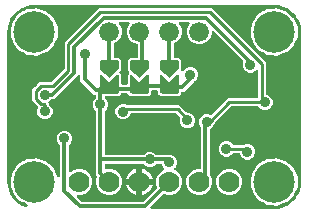
<source format=gbr>
G04 EAGLE Gerber RS-274X export*
G75*
%MOMM*%
%FSLAX34Y34*%
%LPD*%
%INBottom Copper*%
%IPPOS*%
%AMOC8*
5,1,8,0,0,1.08239X$1,22.5*%
G01*
%ADD10C,1.778000*%
%ADD11C,3.516000*%
%ADD12C,1.676400*%
%ADD13C,0.381000*%
%ADD14C,0.889000*%
%ADD15C,0.304800*%
%ADD16C,0.254000*%

G36*
X179070Y-42544D02*
X179070Y-42544D01*
X179092Y-42542D01*
X179170Y-42540D01*
X182547Y-42275D01*
X182615Y-42261D01*
X182684Y-42256D01*
X182840Y-42216D01*
X189264Y-40129D01*
X189371Y-40079D01*
X189482Y-40035D01*
X189533Y-40002D01*
X189552Y-39994D01*
X189567Y-39981D01*
X189618Y-39949D01*
X195082Y-35978D01*
X195169Y-35897D01*
X195216Y-35858D01*
X195222Y-35854D01*
X195223Y-35852D01*
X195261Y-35821D01*
X195299Y-35775D01*
X195314Y-35761D01*
X195325Y-35744D01*
X195363Y-35698D01*
X197056Y-33368D01*
X197069Y-33344D01*
X197086Y-33324D01*
X197145Y-33206D01*
X197209Y-33089D01*
X197216Y-33063D01*
X197228Y-33039D01*
X197255Y-32911D01*
X197269Y-32900D01*
X197293Y-32889D01*
X197395Y-32804D01*
X197501Y-32724D01*
X197518Y-32703D01*
X197538Y-32687D01*
X197641Y-32563D01*
X199334Y-30233D01*
X199391Y-30129D01*
X199455Y-30029D01*
X199477Y-29972D01*
X199487Y-29954D01*
X199492Y-29934D01*
X199514Y-29879D01*
X201601Y-23455D01*
X201614Y-23387D01*
X201637Y-23321D01*
X201660Y-23162D01*
X201925Y-19785D01*
X201925Y-19781D01*
X201926Y-19778D01*
X201925Y-19759D01*
X201929Y-19685D01*
X201929Y107315D01*
X201927Y107337D01*
X201925Y107415D01*
X201660Y110792D01*
X201646Y110860D01*
X201641Y110929D01*
X201601Y111085D01*
X199514Y117509D01*
X199463Y117616D01*
X199420Y117727D01*
X199387Y117778D01*
X199379Y117797D01*
X199366Y117812D01*
X199334Y117863D01*
X197641Y120193D01*
X197623Y120212D01*
X197609Y120235D01*
X197514Y120328D01*
X197423Y120424D01*
X197401Y120439D01*
X197382Y120457D01*
X197268Y120523D01*
X197262Y120539D01*
X197259Y120566D01*
X197210Y120690D01*
X197167Y120815D01*
X197152Y120837D01*
X197142Y120862D01*
X197056Y120998D01*
X195363Y123328D01*
X195282Y123414D01*
X195206Y123506D01*
X195160Y123544D01*
X195146Y123559D01*
X195128Y123570D01*
X195082Y123608D01*
X189618Y127579D01*
X189514Y127636D01*
X189414Y127700D01*
X189357Y127722D01*
X189339Y127732D01*
X189319Y127737D01*
X189264Y127759D01*
X182840Y129846D01*
X182772Y129859D01*
X182706Y129882D01*
X182547Y129905D01*
X179170Y130170D01*
X179148Y130169D01*
X179070Y130174D01*
X-24130Y130174D01*
X-24152Y130172D01*
X-24230Y130170D01*
X-27607Y129905D01*
X-27675Y129891D01*
X-27744Y129886D01*
X-27900Y129846D01*
X-30638Y128956D01*
X-30663Y128945D01*
X-30689Y128939D01*
X-30806Y128878D01*
X-30926Y128821D01*
X-30947Y128804D01*
X-30970Y128792D01*
X-31068Y128704D01*
X-31085Y128703D01*
X-31112Y128708D01*
X-31244Y128700D01*
X-31377Y128698D01*
X-31402Y128690D01*
X-31429Y128689D01*
X-31585Y128649D01*
X-34324Y127759D01*
X-34431Y127709D01*
X-34542Y127665D01*
X-34593Y127632D01*
X-34612Y127624D01*
X-34627Y127611D01*
X-34678Y127579D01*
X-40142Y123608D01*
X-40229Y123527D01*
X-40321Y123451D01*
X-40359Y123405D01*
X-40374Y123391D01*
X-40385Y123373D01*
X-40423Y123327D01*
X-44394Y117863D01*
X-44451Y117759D01*
X-44515Y117659D01*
X-44537Y117602D01*
X-44547Y117584D01*
X-44552Y117564D01*
X-44574Y117509D01*
X-46661Y111085D01*
X-46674Y111017D01*
X-46697Y110951D01*
X-46720Y110792D01*
X-46985Y107415D01*
X-46984Y107393D01*
X-46989Y107315D01*
X-46989Y-19685D01*
X-46987Y-19707D01*
X-46985Y-19785D01*
X-46720Y-23162D01*
X-46706Y-23230D01*
X-46701Y-23299D01*
X-46661Y-23455D01*
X-44574Y-29879D01*
X-44524Y-29986D01*
X-44480Y-30097D01*
X-44447Y-30148D01*
X-44439Y-30167D01*
X-44426Y-30182D01*
X-44394Y-30233D01*
X-40423Y-35697D01*
X-40403Y-35719D01*
X-40392Y-35737D01*
X-40346Y-35780D01*
X-40342Y-35784D01*
X-40266Y-35876D01*
X-40220Y-35914D01*
X-40206Y-35929D01*
X-40188Y-35940D01*
X-40142Y-35978D01*
X-34678Y-39949D01*
X-34574Y-40006D01*
X-34474Y-40070D01*
X-34417Y-40092D01*
X-34399Y-40102D01*
X-34379Y-40107D01*
X-34324Y-40129D01*
X-31585Y-41019D01*
X-31559Y-41024D01*
X-31534Y-41034D01*
X-31403Y-41054D01*
X-31273Y-41079D01*
X-31246Y-41077D01*
X-31220Y-41081D01*
X-31088Y-41067D01*
X-30955Y-41059D01*
X-30930Y-41050D01*
X-30903Y-41048D01*
X-30779Y-41001D01*
X-30653Y-40960D01*
X-30630Y-40946D01*
X-30605Y-40937D01*
X-30496Y-40861D01*
X-30384Y-40790D01*
X-30366Y-40771D01*
X-30344Y-40755D01*
X-30257Y-40655D01*
X-30166Y-40558D01*
X-30154Y-40535D01*
X-30136Y-40515D01*
X-30077Y-40396D01*
X-30013Y-40280D01*
X-30006Y-40254D01*
X-29994Y-40230D01*
X-29967Y-40100D01*
X-29934Y-39972D01*
X-29934Y-39945D01*
X-29928Y-39919D01*
X-29934Y-39786D01*
X-29933Y-39654D01*
X-29940Y-39628D01*
X-29941Y-39601D01*
X-29979Y-39474D01*
X-30012Y-39346D01*
X-30025Y-39322D01*
X-30033Y-39297D01*
X-30102Y-39183D01*
X-30165Y-39067D01*
X-30183Y-39047D01*
X-30197Y-39025D01*
X-30292Y-38931D01*
X-30383Y-38835D01*
X-30405Y-38820D01*
X-30424Y-38802D01*
X-30558Y-38713D01*
X-33315Y-37121D01*
X-33317Y-37120D01*
X-33320Y-37118D01*
X-33464Y-37047D01*
X-35240Y-36312D01*
X-35837Y-35715D01*
X-35904Y-35663D01*
X-35965Y-35602D01*
X-36079Y-35527D01*
X-36088Y-35520D01*
X-36092Y-35518D01*
X-36099Y-35513D01*
X-37601Y-34646D01*
X-39391Y-32182D01*
X-39404Y-32168D01*
X-39414Y-32152D01*
X-39521Y-32031D01*
X-40757Y-30795D01*
X-41173Y-29789D01*
X-41208Y-29729D01*
X-41233Y-29665D01*
X-41319Y-29529D01*
X-42522Y-27874D01*
X-43083Y-25236D01*
X-43094Y-25202D01*
X-43099Y-25166D01*
X-43151Y-25014D01*
X-43743Y-23586D01*
X-43743Y-22263D01*
X-43749Y-22211D01*
X-43747Y-22159D01*
X-43770Y-21999D01*
X-44262Y-19685D01*
X-43770Y-17371D01*
X-43766Y-17318D01*
X-43753Y-17268D01*
X-43743Y-17107D01*
X-43743Y-15784D01*
X-43151Y-14356D01*
X-43142Y-14322D01*
X-43126Y-14290D01*
X-43083Y-14134D01*
X-42522Y-11496D01*
X-41319Y-9841D01*
X-41286Y-9780D01*
X-41244Y-9725D01*
X-41173Y-9581D01*
X-40757Y-8575D01*
X-39521Y-7339D01*
X-39509Y-7324D01*
X-39494Y-7312D01*
X-39391Y-7188D01*
X-37601Y-4724D01*
X-36099Y-3857D01*
X-36031Y-3805D01*
X-35957Y-3761D01*
X-35855Y-3671D01*
X-35846Y-3664D01*
X-35843Y-3661D01*
X-35837Y-3655D01*
X-35240Y-3058D01*
X-33464Y-2323D01*
X-33462Y-2321D01*
X-33459Y-2321D01*
X-33315Y-2249D01*
X-30351Y-538D01*
X-28932Y-389D01*
X-28832Y-366D01*
X-28731Y-351D01*
X-28643Y-321D01*
X-28622Y-316D01*
X-28610Y-310D01*
X-28579Y-299D01*
X-28031Y-72D01*
X-25987Y-72D01*
X-25970Y-70D01*
X-25854Y-65D01*
X-22026Y337D01*
X-20957Y-10D01*
X-20840Y-32D01*
X-20725Y-62D01*
X-20665Y-66D01*
X-20645Y-70D01*
X-20624Y-69D01*
X-20565Y-72D01*
X-20229Y-72D01*
X-18321Y-863D01*
X-18300Y-868D01*
X-18227Y-897D01*
X-14064Y-2250D01*
X-13452Y-2800D01*
X-13341Y-2878D01*
X-13233Y-2959D01*
X-13203Y-2974D01*
X-13191Y-2982D01*
X-13171Y-2989D01*
X-13089Y-3030D01*
X-13020Y-3058D01*
X-11725Y-4353D01*
X-11711Y-4364D01*
X-11677Y-4399D01*
X-7843Y-7851D01*
X-7630Y-8329D01*
X-7551Y-8459D01*
X-7280Y-9114D01*
X-7275Y-9122D01*
X-7267Y-9144D01*
X-4716Y-14875D01*
X-4688Y-14921D01*
X-4668Y-14970D01*
X-4606Y-15056D01*
X-4551Y-15147D01*
X-4513Y-15184D01*
X-4482Y-15227D01*
X-4400Y-15295D01*
X-4324Y-15370D01*
X-4278Y-15396D01*
X-4237Y-15430D01*
X-4140Y-15475D01*
X-4048Y-15529D01*
X-3997Y-15543D01*
X-3949Y-15566D01*
X-3845Y-15586D01*
X-3742Y-15614D01*
X-3689Y-15615D01*
X-3636Y-15625D01*
X-3531Y-15619D01*
X-3424Y-15621D01*
X-3372Y-15609D01*
X-3319Y-15606D01*
X-3218Y-15573D01*
X-3114Y-15549D01*
X-3067Y-15524D01*
X-3017Y-15508D01*
X-2927Y-15451D01*
X-2832Y-15402D01*
X-2793Y-15366D01*
X-2748Y-15338D01*
X-2675Y-15260D01*
X-2596Y-15189D01*
X-2566Y-15145D01*
X-2530Y-15106D01*
X-2479Y-15013D01*
X-2420Y-14924D01*
X-2402Y-14874D01*
X-2376Y-14827D01*
X-2350Y-14724D01*
X-2315Y-14624D01*
X-2310Y-14571D01*
X-2297Y-14519D01*
X-2287Y-14359D01*
X-2287Y11015D01*
X-2299Y11113D01*
X-2302Y11212D01*
X-2319Y11271D01*
X-2327Y11331D01*
X-2363Y11423D01*
X-2391Y11518D01*
X-2421Y11570D01*
X-2444Y11626D01*
X-2502Y11706D01*
X-2552Y11792D01*
X-2618Y11867D01*
X-2630Y11884D01*
X-2640Y11891D01*
X-2658Y11913D01*
X-4222Y13476D01*
X-5208Y15856D01*
X-5208Y18434D01*
X-4222Y20814D01*
X-2399Y22637D01*
X-19Y23623D01*
X2559Y23623D01*
X4939Y22637D01*
X6762Y20814D01*
X7748Y18434D01*
X7748Y15856D01*
X6762Y13476D01*
X5198Y11913D01*
X5138Y11834D01*
X5070Y11762D01*
X5041Y11709D01*
X5004Y11661D01*
X4964Y11570D01*
X4916Y11484D01*
X4901Y11425D01*
X4877Y11369D01*
X4862Y11271D01*
X4837Y11176D01*
X4831Y11076D01*
X4827Y11055D01*
X4829Y11043D01*
X4827Y11015D01*
X4827Y-10317D01*
X4844Y-10455D01*
X4857Y-10593D01*
X4864Y-10612D01*
X4867Y-10633D01*
X4918Y-10762D01*
X4965Y-10893D01*
X4976Y-10909D01*
X4984Y-10928D01*
X5065Y-11040D01*
X5143Y-11156D01*
X5159Y-11169D01*
X5170Y-11186D01*
X5278Y-11274D01*
X5382Y-11366D01*
X5400Y-11375D01*
X5415Y-11388D01*
X5541Y-11448D01*
X5665Y-11511D01*
X5685Y-11515D01*
X5703Y-11524D01*
X5840Y-11550D01*
X5975Y-11580D01*
X5996Y-11580D01*
X6015Y-11584D01*
X6154Y-11575D01*
X6293Y-11571D01*
X6313Y-11565D01*
X6333Y-11564D01*
X6465Y-11521D01*
X6599Y-11482D01*
X6616Y-11472D01*
X6635Y-11466D01*
X6753Y-11392D01*
X6873Y-11321D01*
X6894Y-11302D01*
X6904Y-11296D01*
X6918Y-11281D01*
X6993Y-11214D01*
X7783Y-10425D01*
X11797Y-8762D01*
X16143Y-8762D01*
X20157Y-10425D01*
X23230Y-13498D01*
X24893Y-17512D01*
X24893Y-21858D01*
X23230Y-25872D01*
X20157Y-28945D01*
X16143Y-30608D01*
X12846Y-30608D01*
X12708Y-30625D01*
X12569Y-30638D01*
X12550Y-30645D01*
X12530Y-30648D01*
X12401Y-30699D01*
X12270Y-30746D01*
X12253Y-30757D01*
X12234Y-30765D01*
X12122Y-30846D01*
X12007Y-30924D01*
X11993Y-30940D01*
X11977Y-30951D01*
X11888Y-31059D01*
X11796Y-31163D01*
X11787Y-31181D01*
X11774Y-31196D01*
X11715Y-31322D01*
X11652Y-31446D01*
X11647Y-31466D01*
X11639Y-31484D01*
X11613Y-31620D01*
X11582Y-31756D01*
X11583Y-31777D01*
X11579Y-31796D01*
X11588Y-31935D01*
X11592Y-32074D01*
X11597Y-32094D01*
X11599Y-32114D01*
X11641Y-32246D01*
X11680Y-32380D01*
X11690Y-32397D01*
X11697Y-32416D01*
X11771Y-32534D01*
X11842Y-32654D01*
X11860Y-32675D01*
X11867Y-32685D01*
X11882Y-32699D01*
X11948Y-32774D01*
X15250Y-36077D01*
X15328Y-36137D01*
X15401Y-36205D01*
X15454Y-36234D01*
X15501Y-36271D01*
X15592Y-36311D01*
X15679Y-36359D01*
X15738Y-36374D01*
X15793Y-36398D01*
X15891Y-36413D01*
X15987Y-36438D01*
X16087Y-36444D01*
X16107Y-36448D01*
X16120Y-36446D01*
X16148Y-36448D01*
X67851Y-36448D01*
X67949Y-36436D01*
X68048Y-36433D01*
X68106Y-36416D01*
X68167Y-36408D01*
X68259Y-36372D01*
X68354Y-36344D01*
X68406Y-36314D01*
X68462Y-36291D01*
X68542Y-36233D01*
X68628Y-36183D01*
X68703Y-36117D01*
X68720Y-36105D01*
X68727Y-36095D01*
X68749Y-36077D01*
X79737Y-25088D01*
X79755Y-25064D01*
X79778Y-25045D01*
X79852Y-24939D01*
X79932Y-24837D01*
X79944Y-24809D01*
X79961Y-24785D01*
X80007Y-24664D01*
X80058Y-24545D01*
X80063Y-24516D01*
X80074Y-24488D01*
X80088Y-24359D01*
X80108Y-24231D01*
X80106Y-24201D01*
X80109Y-24172D01*
X80091Y-24043D01*
X80079Y-23914D01*
X80069Y-23886D01*
X80064Y-23857D01*
X80012Y-23705D01*
X79247Y-21858D01*
X79247Y-17512D01*
X80910Y-13498D01*
X83983Y-10425D01*
X85252Y-9900D01*
X85295Y-9875D01*
X85342Y-9858D01*
X85433Y-9796D01*
X85528Y-9742D01*
X85564Y-9707D01*
X85605Y-9680D01*
X85677Y-9597D01*
X85756Y-9521D01*
X85782Y-9478D01*
X85815Y-9441D01*
X85865Y-9343D01*
X85923Y-9250D01*
X85937Y-9202D01*
X85960Y-9158D01*
X85984Y-9051D01*
X86016Y-8946D01*
X86019Y-8896D01*
X86030Y-8848D01*
X86026Y-8738D01*
X86031Y-8628D01*
X86021Y-8579D01*
X86020Y-8530D01*
X85989Y-8424D01*
X85967Y-8317D01*
X85945Y-8272D01*
X85931Y-8224D01*
X85876Y-8130D01*
X85827Y-8031D01*
X85795Y-7993D01*
X85770Y-7950D01*
X85664Y-7829D01*
X84678Y-6844D01*
X83904Y-4975D01*
X83890Y-4950D01*
X83881Y-4922D01*
X83811Y-4812D01*
X83747Y-4699D01*
X83726Y-4678D01*
X83710Y-4653D01*
X83616Y-4564D01*
X83525Y-4471D01*
X83500Y-4455D01*
X83479Y-4435D01*
X83365Y-4372D01*
X83254Y-4304D01*
X83226Y-4296D01*
X83200Y-4281D01*
X83074Y-4249D01*
X82950Y-4211D01*
X82921Y-4209D01*
X82892Y-4202D01*
X82732Y-4192D01*
X79790Y-4192D01*
X79692Y-4204D01*
X79593Y-4207D01*
X79534Y-4224D01*
X79474Y-4232D01*
X79382Y-4268D01*
X79287Y-4296D01*
X79235Y-4326D01*
X79179Y-4349D01*
X79099Y-4407D01*
X79013Y-4457D01*
X78938Y-4523D01*
X78921Y-4535D01*
X78914Y-4545D01*
X78892Y-4563D01*
X77329Y-6127D01*
X74949Y-7113D01*
X72371Y-7113D01*
X69991Y-6127D01*
X68428Y-4563D01*
X68349Y-4503D01*
X68277Y-4435D01*
X68224Y-4406D01*
X68176Y-4369D01*
X68085Y-4329D01*
X67999Y-4281D01*
X67940Y-4266D01*
X67884Y-4242D01*
X67786Y-4227D01*
X67691Y-4202D01*
X67591Y-4196D01*
X67570Y-4192D01*
X67558Y-4194D01*
X67530Y-4192D01*
X36576Y-4192D01*
X36458Y-4207D01*
X36339Y-4214D01*
X36301Y-4227D01*
X36260Y-4232D01*
X36150Y-4275D01*
X36037Y-4312D01*
X36002Y-4334D01*
X35965Y-4349D01*
X35869Y-4418D01*
X35768Y-4482D01*
X35740Y-4512D01*
X35707Y-4535D01*
X35631Y-4627D01*
X35550Y-4714D01*
X35530Y-4749D01*
X35505Y-4780D01*
X35454Y-4888D01*
X35396Y-4992D01*
X35386Y-5032D01*
X35369Y-5068D01*
X35347Y-5185D01*
X35317Y-5300D01*
X35313Y-5360D01*
X35309Y-5380D01*
X35311Y-5401D01*
X35307Y-5461D01*
X35307Y-7646D01*
X35313Y-7695D01*
X35311Y-7745D01*
X35333Y-7852D01*
X35347Y-7961D01*
X35365Y-8008D01*
X35375Y-8056D01*
X35423Y-8155D01*
X35464Y-8257D01*
X35493Y-8297D01*
X35515Y-8342D01*
X35586Y-8425D01*
X35650Y-8514D01*
X35689Y-8546D01*
X35721Y-8584D01*
X35811Y-8647D01*
X35895Y-8717D01*
X35940Y-8738D01*
X35981Y-8767D01*
X36084Y-8806D01*
X36183Y-8853D01*
X36232Y-8862D01*
X36278Y-8880D01*
X36388Y-8892D01*
X36495Y-8913D01*
X36545Y-8909D01*
X36595Y-8915D01*
X36704Y-8900D01*
X36813Y-8893D01*
X36860Y-8877D01*
X36909Y-8871D01*
X37062Y-8818D01*
X37197Y-8762D01*
X41543Y-8762D01*
X45557Y-10425D01*
X48630Y-13498D01*
X50293Y-17512D01*
X50293Y-21858D01*
X48630Y-25872D01*
X45557Y-28945D01*
X41543Y-30608D01*
X37197Y-30608D01*
X33183Y-28945D01*
X30110Y-25872D01*
X28447Y-21858D01*
X28447Y-17512D01*
X29212Y-15665D01*
X29220Y-15637D01*
X29234Y-15611D01*
X29262Y-15484D01*
X29296Y-15359D01*
X29297Y-15329D01*
X29303Y-15300D01*
X29299Y-15170D01*
X29301Y-15041D01*
X29294Y-15012D01*
X29294Y-14982D01*
X29257Y-14858D01*
X29227Y-14731D01*
X29213Y-14705D01*
X29205Y-14677D01*
X29139Y-14565D01*
X29078Y-14450D01*
X29059Y-14428D01*
X29044Y-14403D01*
X28937Y-14282D01*
X28193Y-13538D01*
X28193Y39844D01*
X28181Y39942D01*
X28178Y40041D01*
X28161Y40100D01*
X28153Y40160D01*
X28117Y40252D01*
X28089Y40347D01*
X28059Y40399D01*
X28036Y40455D01*
X27978Y40535D01*
X27928Y40621D01*
X27862Y40696D01*
X27850Y40713D01*
X27840Y40720D01*
X27822Y40742D01*
X26258Y42305D01*
X25272Y44685D01*
X25272Y47263D01*
X26258Y49643D01*
X27822Y51206D01*
X27882Y51285D01*
X27950Y51357D01*
X27979Y51410D01*
X28016Y51458D01*
X28056Y51549D01*
X28104Y51635D01*
X28119Y51694D01*
X28143Y51750D01*
X28158Y51848D01*
X28183Y51943D01*
X28189Y52043D01*
X28193Y52064D01*
X28191Y52076D01*
X28193Y52104D01*
X28193Y52959D01*
X28178Y53077D01*
X28171Y53196D01*
X28158Y53234D01*
X28153Y53275D01*
X28110Y53385D01*
X28073Y53498D01*
X28051Y53533D01*
X28036Y53570D01*
X27967Y53666D01*
X27903Y53767D01*
X27873Y53795D01*
X27850Y53828D01*
X27758Y53904D01*
X27671Y53985D01*
X27636Y54005D01*
X27605Y54030D01*
X27497Y54081D01*
X27393Y54139D01*
X27353Y54149D01*
X27317Y54166D01*
X27200Y54188D01*
X27085Y54218D01*
X27025Y54222D01*
X27005Y54226D01*
X26984Y54224D01*
X26924Y54228D01*
X26467Y54228D01*
X14858Y65837D01*
X14858Y69629D01*
X14841Y69767D01*
X14828Y69905D01*
X14821Y69925D01*
X14818Y69945D01*
X14767Y70074D01*
X14720Y70205D01*
X14709Y70222D01*
X14701Y70240D01*
X14620Y70353D01*
X14542Y70468D01*
X14526Y70481D01*
X14515Y70498D01*
X14407Y70586D01*
X14303Y70678D01*
X14285Y70688D01*
X14270Y70700D01*
X14144Y70760D01*
X14020Y70823D01*
X14000Y70827D01*
X13982Y70836D01*
X13846Y70862D01*
X13710Y70893D01*
X13689Y70892D01*
X13670Y70896D01*
X13531Y70887D01*
X13392Y70883D01*
X13372Y70877D01*
X13352Y70876D01*
X13220Y70833D01*
X13086Y70795D01*
X13069Y70784D01*
X13050Y70778D01*
X12932Y70703D01*
X12812Y70633D01*
X12791Y70614D01*
X12781Y70608D01*
X12767Y70593D01*
X12692Y70527D01*
X10626Y68462D01*
X-4962Y52874D01*
X-7417Y50418D01*
X-9110Y50418D01*
X-9208Y50406D01*
X-9307Y50403D01*
X-9366Y50386D01*
X-9426Y50378D01*
X-9518Y50342D01*
X-9613Y50314D01*
X-9665Y50284D01*
X-9721Y50261D01*
X-9801Y50203D01*
X-9887Y50153D01*
X-9962Y50087D01*
X-9979Y50075D01*
X-9986Y50065D01*
X-10008Y50047D01*
X-11580Y48474D01*
X-11601Y48467D01*
X-11691Y48405D01*
X-11787Y48351D01*
X-11823Y48316D01*
X-11864Y48288D01*
X-11936Y48206D01*
X-12015Y48130D01*
X-12041Y48087D01*
X-12074Y48050D01*
X-12124Y47952D01*
X-12182Y47858D01*
X-12196Y47811D01*
X-12219Y47767D01*
X-12243Y47659D01*
X-12275Y47554D01*
X-12278Y47505D01*
X-12288Y47456D01*
X-12285Y47347D01*
X-12290Y47237D01*
X-12280Y47188D01*
X-12279Y47138D01*
X-12248Y47033D01*
X-12226Y46925D01*
X-12204Y46881D01*
X-12190Y46833D01*
X-12135Y46738D01*
X-12086Y46640D01*
X-12054Y46602D01*
X-12029Y46559D01*
X-11937Y46455D01*
X-11937Y46389D01*
X-11925Y46291D01*
X-11922Y46192D01*
X-11905Y46133D01*
X-11897Y46073D01*
X-11861Y45981D01*
X-11833Y45886D01*
X-11803Y45834D01*
X-11780Y45778D01*
X-11722Y45698D01*
X-11672Y45612D01*
X-11606Y45537D01*
X-11594Y45520D01*
X-11584Y45513D01*
X-11566Y45491D01*
X-9748Y43674D01*
X-8762Y41294D01*
X-8762Y38716D01*
X-9748Y36336D01*
X-11571Y34513D01*
X-13951Y33527D01*
X-16529Y33527D01*
X-18909Y34513D01*
X-20732Y36336D01*
X-21718Y38716D01*
X-21718Y41294D01*
X-21008Y43008D01*
X-21000Y43036D01*
X-20986Y43063D01*
X-20958Y43189D01*
X-20924Y43315D01*
X-20923Y43344D01*
X-20917Y43373D01*
X-20921Y43503D01*
X-20919Y43633D01*
X-20926Y43661D01*
X-20926Y43691D01*
X-20962Y43815D01*
X-20993Y43942D01*
X-21007Y43968D01*
X-21015Y43996D01*
X-21081Y44108D01*
X-21142Y44223D01*
X-21161Y44245D01*
X-21176Y44270D01*
X-21283Y44391D01*
X-26290Y49398D01*
X-26290Y58552D01*
X-23984Y60858D01*
X-23983Y60858D01*
X-22123Y62718D01*
X-19817Y65025D01*
X-9862Y65025D01*
X-9764Y65037D01*
X-9665Y65040D01*
X-9606Y65057D01*
X-9546Y65065D01*
X-9454Y65101D01*
X-9359Y65129D01*
X-9307Y65159D01*
X-9251Y65182D01*
X-9170Y65240D01*
X-9085Y65290D01*
X-9010Y65356D01*
X-8993Y65368D01*
X-8985Y65378D01*
X-8964Y65396D01*
X1025Y75385D01*
X1085Y75464D01*
X1153Y75536D01*
X1182Y75589D01*
X1219Y75637D01*
X1259Y75728D01*
X1307Y75814D01*
X1322Y75873D01*
X1346Y75928D01*
X1361Y76026D01*
X1386Y76122D01*
X1392Y76222D01*
X1396Y76243D01*
X1394Y76255D01*
X1396Y76283D01*
X1396Y98355D01*
X28117Y125075D01*
X30423Y127382D01*
X126370Y127382D01*
X128676Y125076D01*
X128676Y125075D01*
X172086Y81666D01*
X172086Y55063D01*
X172089Y55034D01*
X172087Y55005D01*
X172109Y54876D01*
X172126Y54748D01*
X172136Y54720D01*
X172141Y54691D01*
X172195Y54573D01*
X172243Y54452D01*
X172260Y54428D01*
X172272Y54401D01*
X172353Y54300D01*
X172429Y54195D01*
X172452Y54176D01*
X172471Y54153D01*
X172574Y54075D01*
X172674Y53992D01*
X172701Y53979D01*
X172725Y53962D01*
X172869Y53891D01*
X174738Y53117D01*
X176561Y51294D01*
X177547Y48914D01*
X177547Y46336D01*
X176561Y43956D01*
X174738Y42133D01*
X172358Y41147D01*
X169780Y41147D01*
X167400Y42133D01*
X165583Y43951D01*
X165504Y44011D01*
X165432Y44079D01*
X165379Y44108D01*
X165331Y44145D01*
X165240Y44185D01*
X165154Y44233D01*
X165095Y44248D01*
X165039Y44272D01*
X164941Y44287D01*
X164846Y44312D01*
X164746Y44318D01*
X164725Y44322D01*
X164713Y44320D01*
X164685Y44322D01*
X142864Y44322D01*
X142766Y44310D01*
X142667Y44307D01*
X142608Y44290D01*
X142548Y44282D01*
X142456Y44246D01*
X142361Y44218D01*
X142309Y44188D01*
X142253Y44165D01*
X142173Y44107D01*
X142087Y44057D01*
X142012Y43991D01*
X141995Y43979D01*
X141987Y43969D01*
X141966Y43951D01*
X128764Y30749D01*
X128704Y30670D01*
X128636Y30598D01*
X128607Y30545D01*
X128570Y30497D01*
X128530Y30406D01*
X128482Y30320D01*
X128467Y30261D01*
X128443Y30206D01*
X128428Y30108D01*
X128403Y30012D01*
X128397Y29912D01*
X128393Y29891D01*
X128395Y29879D01*
X128393Y29851D01*
X128393Y29821D01*
X127407Y27441D01*
X125584Y25618D01*
X124985Y25370D01*
X124960Y25356D01*
X124932Y25347D01*
X124822Y25277D01*
X124709Y25213D01*
X124688Y25192D01*
X124663Y25176D01*
X124574Y25082D01*
X124481Y24991D01*
X124465Y24966D01*
X124445Y24945D01*
X124382Y24831D01*
X124314Y24720D01*
X124306Y24692D01*
X124291Y24666D01*
X124259Y24541D01*
X124221Y24416D01*
X124219Y24387D01*
X124212Y24358D01*
X124202Y24198D01*
X124202Y-12344D01*
X124214Y-12442D01*
X124217Y-12541D01*
X124234Y-12599D01*
X124242Y-12659D01*
X124278Y-12752D01*
X124306Y-12847D01*
X124336Y-12899D01*
X124359Y-12955D01*
X124417Y-13035D01*
X124467Y-13121D01*
X124533Y-13196D01*
X124545Y-13213D01*
X124555Y-13220D01*
X124574Y-13241D01*
X124830Y-13498D01*
X126493Y-17512D01*
X126493Y-21858D01*
X124830Y-25872D01*
X121757Y-28945D01*
X117743Y-30608D01*
X113397Y-30608D01*
X109383Y-28945D01*
X106310Y-25872D01*
X104647Y-21858D01*
X104647Y-17512D01*
X106310Y-13498D01*
X109383Y-10425D01*
X113397Y-8762D01*
X115819Y-8762D01*
X115937Y-8747D01*
X116056Y-8740D01*
X116094Y-8727D01*
X116135Y-8722D01*
X116245Y-8679D01*
X116358Y-8642D01*
X116393Y-8620D01*
X116430Y-8605D01*
X116526Y-8536D01*
X116627Y-8472D01*
X116655Y-8442D01*
X116688Y-8419D01*
X116764Y-8327D01*
X116845Y-8240D01*
X116865Y-8205D01*
X116890Y-8174D01*
X116941Y-8066D01*
X116999Y-7962D01*
X117009Y-7922D01*
X117026Y-7886D01*
X117048Y-7769D01*
X117078Y-7654D01*
X117082Y-7594D01*
X117086Y-7574D01*
X117084Y-7553D01*
X117088Y-7493D01*
X117088Y26250D01*
X117076Y26348D01*
X117073Y26447D01*
X117056Y26506D01*
X117048Y26566D01*
X117012Y26658D01*
X116984Y26753D01*
X116954Y26805D01*
X116931Y26861D01*
X116873Y26941D01*
X116823Y27027D01*
X116757Y27102D01*
X116745Y27119D01*
X116735Y27126D01*
X116717Y27148D01*
X116423Y27441D01*
X115437Y29821D01*
X115437Y32399D01*
X116423Y34779D01*
X118246Y36602D01*
X120626Y37588D01*
X123204Y37588D01*
X124583Y37016D01*
X124611Y37009D01*
X124637Y36995D01*
X124764Y36967D01*
X124889Y36933D01*
X124919Y36932D01*
X124948Y36926D01*
X125077Y36930D01*
X125207Y36927D01*
X125236Y36934D01*
X125266Y36935D01*
X125390Y36971D01*
X125517Y37002D01*
X125543Y37015D01*
X125571Y37024D01*
X125683Y37089D01*
X125798Y37150D01*
X125820Y37170D01*
X125845Y37185D01*
X125966Y37292D01*
X137296Y48621D01*
X139602Y50928D01*
X164211Y50928D01*
X164329Y50943D01*
X164448Y50950D01*
X164486Y50963D01*
X164527Y50968D01*
X164637Y51011D01*
X164750Y51048D01*
X164785Y51070D01*
X164822Y51085D01*
X164918Y51154D01*
X165019Y51218D01*
X165047Y51248D01*
X165080Y51271D01*
X165156Y51363D01*
X165237Y51450D01*
X165257Y51485D01*
X165282Y51516D01*
X165333Y51624D01*
X165391Y51728D01*
X165401Y51768D01*
X165418Y51804D01*
X165440Y51921D01*
X165470Y52036D01*
X165474Y52096D01*
X165478Y52116D01*
X165476Y52137D01*
X165480Y52197D01*
X165480Y73880D01*
X165463Y74018D01*
X165450Y74157D01*
X165443Y74176D01*
X165440Y74196D01*
X165389Y74325D01*
X165342Y74456D01*
X165331Y74473D01*
X165323Y74491D01*
X165242Y74604D01*
X165164Y74719D01*
X165148Y74732D01*
X165137Y74749D01*
X165029Y74838D01*
X164925Y74929D01*
X164907Y74939D01*
X164892Y74952D01*
X164766Y75011D01*
X164642Y75074D01*
X164622Y75078D01*
X164604Y75087D01*
X164467Y75113D01*
X164332Y75144D01*
X164311Y75143D01*
X164292Y75147D01*
X164153Y75138D01*
X164014Y75134D01*
X163994Y75128D01*
X163974Y75127D01*
X163842Y75084D01*
X163708Y75046D01*
X163691Y75035D01*
X163672Y75029D01*
X163554Y74955D01*
X163434Y74884D01*
X163413Y74865D01*
X163403Y74859D01*
X163389Y74844D01*
X163314Y74778D01*
X162419Y73883D01*
X160039Y72897D01*
X157461Y72897D01*
X155081Y73883D01*
X153258Y75706D01*
X152272Y78086D01*
X152272Y80663D01*
X152738Y81789D01*
X152746Y81817D01*
X152760Y81843D01*
X152788Y81970D01*
X152822Y82095D01*
X152823Y82125D01*
X152829Y82154D01*
X152825Y82283D01*
X152827Y82413D01*
X152820Y82442D01*
X152820Y82472D01*
X152783Y82596D01*
X152753Y82723D01*
X152739Y82749D01*
X152731Y82777D01*
X152665Y82889D01*
X152604Y83004D01*
X152585Y83026D01*
X152570Y83051D01*
X152463Y83172D01*
X128151Y107484D01*
X128042Y107569D01*
X127935Y107657D01*
X127916Y107666D01*
X127900Y107679D01*
X127772Y107734D01*
X127647Y107793D01*
X127627Y107797D01*
X127608Y107805D01*
X127470Y107827D01*
X127334Y107853D01*
X127314Y107852D01*
X127294Y107855D01*
X127155Y107842D01*
X127017Y107833D01*
X126998Y107827D01*
X126978Y107825D01*
X126846Y107778D01*
X126715Y107735D01*
X126697Y107724D01*
X126678Y107717D01*
X126563Y107639D01*
X126446Y107565D01*
X126432Y107550D01*
X126415Y107539D01*
X126323Y107435D01*
X126228Y107333D01*
X126218Y107315D01*
X126205Y107300D01*
X126141Y107176D01*
X126074Y107055D01*
X126069Y107035D01*
X126060Y107017D01*
X126030Y106881D01*
X125995Y106747D01*
X125993Y106719D01*
X125990Y106707D01*
X125991Y106686D01*
X125985Y106586D01*
X125985Y105243D01*
X124399Y101416D01*
X121469Y98486D01*
X117642Y96900D01*
X113498Y96900D01*
X109671Y98486D01*
X106741Y101416D01*
X105155Y105243D01*
X105155Y109387D01*
X106741Y113214D01*
X107056Y113529D01*
X107141Y113639D01*
X107230Y113746D01*
X107238Y113765D01*
X107251Y113781D01*
X107306Y113909D01*
X107365Y114034D01*
X107369Y114054D01*
X107377Y114073D01*
X107399Y114211D01*
X107425Y114347D01*
X107424Y114367D01*
X107427Y114387D01*
X107414Y114526D01*
X107405Y114664D01*
X107399Y114683D01*
X107397Y114703D01*
X107350Y114834D01*
X107307Y114966D01*
X107296Y114984D01*
X107290Y115003D01*
X107212Y115117D01*
X107137Y115235D01*
X107122Y115249D01*
X107111Y115266D01*
X107007Y115358D01*
X106906Y115453D01*
X106888Y115463D01*
X106873Y115476D01*
X106749Y115540D01*
X106627Y115607D01*
X106607Y115612D01*
X106589Y115621D01*
X106453Y115651D01*
X106319Y115686D01*
X106291Y115688D01*
X106279Y115691D01*
X106259Y115690D01*
X106158Y115696D01*
X99582Y115696D01*
X99444Y115679D01*
X99305Y115666D01*
X99286Y115659D01*
X99266Y115656D01*
X99137Y115605D01*
X99006Y115558D01*
X98989Y115547D01*
X98970Y115539D01*
X98858Y115458D01*
X98743Y115380D01*
X98729Y115364D01*
X98713Y115353D01*
X98624Y115245D01*
X98532Y115141D01*
X98523Y115123D01*
X98510Y115108D01*
X98451Y114982D01*
X98388Y114858D01*
X98383Y114838D01*
X98375Y114820D01*
X98349Y114684D01*
X98318Y114548D01*
X98319Y114527D01*
X98315Y114508D01*
X98324Y114369D01*
X98328Y114230D01*
X98333Y114210D01*
X98335Y114190D01*
X98377Y114058D01*
X98416Y113924D01*
X98426Y113907D01*
X98433Y113888D01*
X98507Y113770D01*
X98578Y113650D01*
X98596Y113629D01*
X98603Y113619D01*
X98618Y113605D01*
X98684Y113529D01*
X98999Y113214D01*
X100585Y109387D01*
X100585Y105243D01*
X98999Y101416D01*
X96069Y98486D01*
X94510Y97840D01*
X94485Y97825D01*
X94457Y97816D01*
X94347Y97747D01*
X94234Y97682D01*
X94213Y97662D01*
X94188Y97646D01*
X94099Y97552D01*
X94006Y97461D01*
X93990Y97436D01*
X93970Y97414D01*
X93907Y97301D01*
X93839Y97190D01*
X93831Y97162D01*
X93816Y97136D01*
X93784Y97010D01*
X93746Y96886D01*
X93744Y96857D01*
X93737Y96828D01*
X93727Y96667D01*
X93727Y86487D01*
X93742Y86369D01*
X93749Y86250D01*
X93762Y86212D01*
X93767Y86171D01*
X93810Y86061D01*
X93847Y85948D01*
X93869Y85913D01*
X93884Y85876D01*
X93953Y85780D01*
X94017Y85679D01*
X94047Y85651D01*
X94070Y85618D01*
X94162Y85542D01*
X94249Y85461D01*
X94284Y85441D01*
X94315Y85416D01*
X94423Y85365D01*
X94527Y85307D01*
X94567Y85297D01*
X94603Y85280D01*
X94720Y85258D01*
X94835Y85228D01*
X94895Y85224D01*
X94915Y85220D01*
X94936Y85222D01*
X94996Y85218D01*
X97852Y85218D01*
X97905Y85204D01*
X98005Y85198D01*
X98026Y85194D01*
X98038Y85196D01*
X98066Y85194D01*
X98299Y85194D01*
X100085Y83408D01*
X100085Y75440D01*
X100094Y75370D01*
X100092Y75300D01*
X100113Y75213D01*
X100125Y75124D01*
X100150Y75059D01*
X100167Y74991D01*
X100209Y74912D01*
X100242Y74828D01*
X100283Y74772D01*
X100315Y74710D01*
X100376Y74644D01*
X100428Y74571D01*
X100482Y74526D01*
X100529Y74475D01*
X100604Y74425D01*
X100673Y74368D01*
X100737Y74338D01*
X100795Y74300D01*
X100880Y74271D01*
X100961Y74233D01*
X101030Y74220D01*
X101096Y74197D01*
X101186Y74190D01*
X101273Y74173D01*
X101343Y74177D01*
X101413Y74172D01*
X101502Y74187D01*
X101591Y74193D01*
X101657Y74214D01*
X101726Y74226D01*
X101808Y74263D01*
X101893Y74291D01*
X101953Y74328D01*
X102016Y74357D01*
X102086Y74413D01*
X102162Y74461D01*
X102210Y74512D01*
X102265Y74556D01*
X102319Y74627D01*
X102380Y74692D01*
X102403Y74734D01*
X104281Y76612D01*
X106661Y77598D01*
X109239Y77598D01*
X111619Y76612D01*
X113442Y74789D01*
X114428Y72409D01*
X114428Y69831D01*
X113442Y67451D01*
X111619Y65628D01*
X111305Y65498D01*
X111297Y65494D01*
X111288Y65491D01*
X111159Y65415D01*
X111028Y65341D01*
X111022Y65334D01*
X111014Y65329D01*
X110893Y65223D01*
X102438Y56768D01*
X101354Y56768D01*
X101236Y56753D01*
X101117Y56746D01*
X101079Y56733D01*
X101038Y56728D01*
X100928Y56685D01*
X100815Y56648D01*
X100780Y56626D01*
X100743Y56611D01*
X100647Y56542D01*
X100546Y56478D01*
X100518Y56448D01*
X100485Y56425D01*
X100409Y56333D01*
X100328Y56246D01*
X100308Y56211D01*
X100283Y56180D01*
X100232Y56072D01*
X100174Y55968D01*
X100164Y55928D01*
X100147Y55892D01*
X100125Y55775D01*
X100095Y55660D01*
X100091Y55600D01*
X100087Y55580D01*
X100089Y55559D01*
X100085Y55499D01*
X100085Y55022D01*
X98299Y53236D01*
X98066Y53236D01*
X97968Y53224D01*
X97869Y53221D01*
X97839Y53212D01*
X82488Y53212D01*
X82435Y53226D01*
X82335Y53232D01*
X82314Y53236D01*
X82302Y53234D01*
X82274Y53236D01*
X82041Y53236D01*
X80255Y55022D01*
X80255Y56769D01*
X80240Y56887D01*
X80233Y57006D01*
X80220Y57044D01*
X80215Y57085D01*
X80172Y57195D01*
X80135Y57308D01*
X80113Y57343D01*
X80098Y57380D01*
X80029Y57476D01*
X79965Y57577D01*
X79935Y57605D01*
X79912Y57638D01*
X79820Y57714D01*
X79733Y57795D01*
X79698Y57815D01*
X79667Y57840D01*
X79559Y57891D01*
X79455Y57949D01*
X79415Y57959D01*
X79379Y57976D01*
X79262Y57998D01*
X79147Y58028D01*
X79087Y58032D01*
X79067Y58036D01*
X79046Y58034D01*
X78986Y58038D01*
X75954Y58038D01*
X75836Y58023D01*
X75717Y58016D01*
X75679Y58003D01*
X75638Y57998D01*
X75528Y57955D01*
X75415Y57918D01*
X75380Y57896D01*
X75343Y57881D01*
X75247Y57812D01*
X75146Y57748D01*
X75118Y57718D01*
X75085Y57695D01*
X75009Y57603D01*
X74928Y57516D01*
X74908Y57481D01*
X74883Y57450D01*
X74832Y57342D01*
X74774Y57238D01*
X74764Y57198D01*
X74747Y57162D01*
X74725Y57045D01*
X74695Y56930D01*
X74691Y56870D01*
X74687Y56850D01*
X74689Y56829D01*
X74685Y56769D01*
X74685Y55022D01*
X72899Y53236D01*
X72666Y53236D01*
X72568Y53224D01*
X72469Y53221D01*
X72439Y53212D01*
X57088Y53212D01*
X57035Y53226D01*
X56935Y53232D01*
X56914Y53236D01*
X56902Y53234D01*
X56874Y53236D01*
X56641Y53236D01*
X54751Y55127D01*
X54673Y55187D01*
X54601Y55255D01*
X54548Y55284D01*
X54500Y55321D01*
X54409Y55361D01*
X54322Y55409D01*
X54263Y55424D01*
X54208Y55448D01*
X54110Y55463D01*
X54014Y55488D01*
X53914Y55494D01*
X53894Y55498D01*
X53881Y55496D01*
X53853Y55498D01*
X50287Y55498D01*
X50188Y55486D01*
X50089Y55483D01*
X50031Y55466D01*
X49971Y55458D01*
X49879Y55422D01*
X49784Y55394D01*
X49732Y55364D01*
X49675Y55341D01*
X49595Y55283D01*
X49510Y55233D01*
X49435Y55167D01*
X49418Y55155D01*
X49410Y55145D01*
X49389Y55127D01*
X47499Y53236D01*
X47266Y53236D01*
X47168Y53224D01*
X47069Y53221D01*
X47039Y53212D01*
X36737Y53212D01*
X36599Y53195D01*
X36460Y53182D01*
X36441Y53175D01*
X36421Y53172D01*
X36292Y53121D01*
X36161Y53074D01*
X36144Y53063D01*
X36126Y53055D01*
X36013Y52974D01*
X35898Y52896D01*
X35885Y52880D01*
X35868Y52869D01*
X35779Y52761D01*
X35688Y52657D01*
X35678Y52639D01*
X35665Y52624D01*
X35606Y52498D01*
X35543Y52374D01*
X35539Y52354D01*
X35530Y52336D01*
X35504Y52199D01*
X35473Y52064D01*
X35474Y52043D01*
X35470Y52024D01*
X35479Y51885D01*
X35483Y51746D01*
X35489Y51726D01*
X35490Y51706D01*
X35533Y51574D01*
X35571Y51440D01*
X35582Y51423D01*
X35588Y51404D01*
X35662Y51286D01*
X35733Y51166D01*
X35752Y51145D01*
X35758Y51135D01*
X35773Y51121D01*
X35839Y51046D01*
X37242Y49643D01*
X38228Y47263D01*
X38228Y44685D01*
X37242Y42305D01*
X35678Y40742D01*
X35618Y40663D01*
X35550Y40591D01*
X35521Y40538D01*
X35484Y40490D01*
X35444Y40399D01*
X35396Y40313D01*
X35381Y40254D01*
X35357Y40198D01*
X35342Y40100D01*
X35317Y40005D01*
X35311Y39905D01*
X35307Y39884D01*
X35309Y39872D01*
X35307Y39844D01*
X35307Y4191D01*
X35322Y4073D01*
X35329Y3954D01*
X35342Y3916D01*
X35347Y3875D01*
X35390Y3765D01*
X35427Y3652D01*
X35449Y3617D01*
X35464Y3580D01*
X35533Y3484D01*
X35597Y3383D01*
X35627Y3355D01*
X35650Y3322D01*
X35742Y3246D01*
X35829Y3165D01*
X35864Y3145D01*
X35895Y3120D01*
X36003Y3069D01*
X36107Y3011D01*
X36147Y3001D01*
X36183Y2984D01*
X36300Y2962D01*
X36415Y2932D01*
X36475Y2928D01*
X36495Y2924D01*
X36516Y2926D01*
X36576Y2922D01*
X67530Y2922D01*
X67628Y2934D01*
X67727Y2937D01*
X67786Y2954D01*
X67846Y2962D01*
X67938Y2998D01*
X68033Y3026D01*
X68085Y3056D01*
X68141Y3079D01*
X68221Y3137D01*
X68307Y3187D01*
X68382Y3253D01*
X68399Y3265D01*
X68406Y3275D01*
X68428Y3293D01*
X69991Y4857D01*
X72371Y5843D01*
X74949Y5843D01*
X77329Y4857D01*
X78892Y3293D01*
X78971Y3233D01*
X79043Y3165D01*
X79096Y3136D01*
X79144Y3099D01*
X79235Y3059D01*
X79321Y3011D01*
X79380Y2996D01*
X79436Y2972D01*
X79534Y2957D01*
X79629Y2932D01*
X79729Y2926D01*
X79750Y2922D01*
X79762Y2924D01*
X79790Y2922D01*
X87709Y2922D01*
X87718Y2923D01*
X87728Y2922D01*
X87876Y2943D01*
X88025Y2962D01*
X88033Y2965D01*
X88043Y2966D01*
X88195Y3018D01*
X88881Y3303D01*
X91459Y3303D01*
X93839Y2317D01*
X95662Y494D01*
X96648Y-1886D01*
X96648Y-4464D01*
X95662Y-6844D01*
X94676Y-7829D01*
X94646Y-7869D01*
X94609Y-7902D01*
X94549Y-7994D01*
X94482Y-8081D01*
X94462Y-8126D01*
X94435Y-8168D01*
X94399Y-8272D01*
X94355Y-8373D01*
X94347Y-8422D01*
X94331Y-8469D01*
X94323Y-8578D01*
X94305Y-8687D01*
X94310Y-8736D01*
X94306Y-8786D01*
X94325Y-8894D01*
X94335Y-9003D01*
X94352Y-9050D01*
X94360Y-9099D01*
X94406Y-9199D01*
X94443Y-9303D01*
X94471Y-9344D01*
X94491Y-9389D01*
X94560Y-9475D01*
X94621Y-9566D01*
X94659Y-9599D01*
X94690Y-9637D01*
X94778Y-9704D01*
X94860Y-9776D01*
X94904Y-9799D01*
X94944Y-9829D01*
X95088Y-9900D01*
X96357Y-10425D01*
X99430Y-13498D01*
X101093Y-17512D01*
X101093Y-21858D01*
X99430Y-25872D01*
X96357Y-28945D01*
X92343Y-30608D01*
X87997Y-30608D01*
X86150Y-29843D01*
X86122Y-29835D01*
X86096Y-29821D01*
X85969Y-29793D01*
X85844Y-29759D01*
X85814Y-29758D01*
X85785Y-29752D01*
X85656Y-29756D01*
X85526Y-29754D01*
X85497Y-29761D01*
X85467Y-29761D01*
X85343Y-29798D01*
X85216Y-29828D01*
X85190Y-29842D01*
X85162Y-29850D01*
X85050Y-29916D01*
X84935Y-29977D01*
X84913Y-29996D01*
X84888Y-30011D01*
X84767Y-30118D01*
X74507Y-40378D01*
X74422Y-40487D01*
X74334Y-40594D01*
X74325Y-40613D01*
X74312Y-40629D01*
X74257Y-40757D01*
X74198Y-40882D01*
X74194Y-40902D01*
X74186Y-40921D01*
X74164Y-41059D01*
X74138Y-41195D01*
X74139Y-41215D01*
X74136Y-41235D01*
X74149Y-41374D01*
X74158Y-41512D01*
X74164Y-41531D01*
X74166Y-41551D01*
X74213Y-41683D01*
X74256Y-41814D01*
X74267Y-41832D01*
X74274Y-41851D01*
X74352Y-41966D01*
X74426Y-42083D01*
X74441Y-42097D01*
X74452Y-42114D01*
X74556Y-42206D01*
X74658Y-42301D01*
X74676Y-42311D01*
X74691Y-42324D01*
X74815Y-42388D01*
X74936Y-42455D01*
X74956Y-42460D01*
X74974Y-42469D01*
X75110Y-42499D01*
X75244Y-42534D01*
X75272Y-42536D01*
X75284Y-42539D01*
X75305Y-42538D01*
X75405Y-42544D01*
X179070Y-42544D01*
X179070Y-42544D01*
G37*
%LPC*%
G36*
X177346Y87695D02*
X177346Y87695D01*
X177328Y87695D01*
X177213Y87702D01*
X175169Y87702D01*
X174621Y87929D01*
X174522Y87956D01*
X174427Y87992D01*
X174335Y88007D01*
X174314Y88013D01*
X174301Y88013D01*
X174268Y88019D01*
X172849Y88168D01*
X169885Y89879D01*
X169883Y89880D01*
X169880Y89882D01*
X169736Y89953D01*
X167960Y90688D01*
X167363Y91285D01*
X167296Y91337D01*
X167235Y91398D01*
X167121Y91473D01*
X167112Y91480D01*
X167108Y91482D01*
X167101Y91487D01*
X165599Y92354D01*
X163809Y94818D01*
X163796Y94832D01*
X163786Y94848D01*
X163679Y94969D01*
X162443Y96205D01*
X162027Y97211D01*
X161992Y97271D01*
X161967Y97335D01*
X161881Y97471D01*
X160678Y99126D01*
X160117Y101764D01*
X160106Y101798D01*
X160101Y101834D01*
X160049Y101986D01*
X159457Y103414D01*
X159457Y104737D01*
X159451Y104789D01*
X159453Y104841D01*
X159430Y105001D01*
X158938Y107315D01*
X159430Y109629D01*
X159434Y109682D01*
X159447Y109732D01*
X159457Y109893D01*
X159457Y111216D01*
X160049Y112644D01*
X160058Y112678D01*
X160074Y112710D01*
X160117Y112866D01*
X160678Y115504D01*
X161881Y117159D01*
X161914Y117220D01*
X161956Y117275D01*
X162027Y117419D01*
X162443Y118425D01*
X163679Y119661D01*
X163691Y119676D01*
X163706Y119688D01*
X163809Y119812D01*
X165599Y122276D01*
X167101Y123143D01*
X167169Y123195D01*
X167243Y123239D01*
X167345Y123329D01*
X167354Y123336D01*
X167357Y123339D01*
X167363Y123345D01*
X167960Y123942D01*
X169736Y124677D01*
X169738Y124679D01*
X169741Y124679D01*
X169885Y124751D01*
X172849Y126462D01*
X174268Y126611D01*
X174368Y126635D01*
X174469Y126649D01*
X174557Y126679D01*
X174578Y126684D01*
X174590Y126690D01*
X174621Y126701D01*
X175169Y126928D01*
X177213Y126928D01*
X177230Y126930D01*
X177346Y126935D01*
X181174Y127337D01*
X182243Y126990D01*
X182360Y126968D01*
X182475Y126938D01*
X182535Y126934D01*
X182555Y126930D01*
X182576Y126932D01*
X182635Y126928D01*
X182971Y126928D01*
X184879Y126138D01*
X184900Y126132D01*
X184973Y126103D01*
X189136Y124750D01*
X189748Y124200D01*
X189859Y124122D01*
X189967Y124041D01*
X189997Y124026D01*
X190009Y124018D01*
X190029Y124011D01*
X190111Y123970D01*
X190180Y123942D01*
X191475Y122647D01*
X191489Y122636D01*
X191523Y122601D01*
X195180Y119308D01*
X195202Y119293D01*
X195220Y119274D01*
X195332Y119202D01*
X195380Y119169D01*
X195384Y119132D01*
X195394Y119107D01*
X195399Y119081D01*
X195455Y118930D01*
X195570Y118671D01*
X195649Y118541D01*
X195920Y117886D01*
X195925Y117878D01*
X195933Y117856D01*
X198762Y111501D01*
X198762Y103129D01*
X195933Y96774D01*
X195930Y96764D01*
X195920Y96744D01*
X195664Y96126D01*
X195645Y96102D01*
X195640Y96094D01*
X195638Y96090D01*
X195633Y96079D01*
X195570Y95959D01*
X195357Y95481D01*
X191523Y92029D01*
X191511Y92015D01*
X191475Y91983D01*
X190180Y90688D01*
X190111Y90660D01*
X189994Y90593D01*
X189874Y90530D01*
X189847Y90509D01*
X189835Y90502D01*
X189820Y90487D01*
X189748Y90430D01*
X189136Y89880D01*
X184972Y88527D01*
X184953Y88518D01*
X184879Y88492D01*
X182971Y87702D01*
X182635Y87702D01*
X182517Y87687D01*
X182399Y87680D01*
X182340Y87665D01*
X182320Y87662D01*
X182301Y87655D01*
X182243Y87640D01*
X181174Y87293D01*
X177346Y87695D01*
G37*
%LPD*%
%LPC*%
G36*
X-25854Y87695D02*
X-25854Y87695D01*
X-25872Y87695D01*
X-25987Y87702D01*
X-28031Y87702D01*
X-28579Y87929D01*
X-28678Y87956D01*
X-28773Y87992D01*
X-28865Y88007D01*
X-28886Y88013D01*
X-28899Y88013D01*
X-28932Y88019D01*
X-30351Y88168D01*
X-33315Y89879D01*
X-33317Y89880D01*
X-33320Y89882D01*
X-33464Y89953D01*
X-35240Y90688D01*
X-35837Y91285D01*
X-35904Y91337D01*
X-35965Y91398D01*
X-36079Y91473D01*
X-36088Y91480D01*
X-36092Y91482D01*
X-36099Y91487D01*
X-37601Y92354D01*
X-39391Y94818D01*
X-39404Y94832D01*
X-39414Y94848D01*
X-39521Y94969D01*
X-40757Y96205D01*
X-41173Y97211D01*
X-41208Y97271D01*
X-41233Y97335D01*
X-41319Y97471D01*
X-42522Y99126D01*
X-43083Y101764D01*
X-43094Y101798D01*
X-43099Y101834D01*
X-43151Y101986D01*
X-43743Y103414D01*
X-43743Y104737D01*
X-43749Y104789D01*
X-43747Y104841D01*
X-43770Y105001D01*
X-44262Y107315D01*
X-43770Y109629D01*
X-43766Y109682D01*
X-43753Y109732D01*
X-43743Y109893D01*
X-43743Y111216D01*
X-43151Y112644D01*
X-43142Y112678D01*
X-43126Y112710D01*
X-43083Y112866D01*
X-42522Y115504D01*
X-41319Y117159D01*
X-41286Y117220D01*
X-41244Y117275D01*
X-41173Y117419D01*
X-40757Y118425D01*
X-39521Y119661D01*
X-39509Y119676D01*
X-39494Y119688D01*
X-39391Y119812D01*
X-37601Y122276D01*
X-36099Y123143D01*
X-36031Y123195D01*
X-35957Y123239D01*
X-35855Y123329D01*
X-35846Y123336D01*
X-35843Y123339D01*
X-35837Y123345D01*
X-35240Y123942D01*
X-33464Y124677D01*
X-33462Y124679D01*
X-33459Y124679D01*
X-33315Y124751D01*
X-30558Y126343D01*
X-30537Y126359D01*
X-30513Y126370D01*
X-30411Y126455D01*
X-30364Y126490D01*
X-30327Y126483D01*
X-30301Y126484D01*
X-30274Y126480D01*
X-30114Y126487D01*
X-28932Y126611D01*
X-28832Y126635D01*
X-28731Y126649D01*
X-28643Y126679D01*
X-28622Y126684D01*
X-28610Y126690D01*
X-28579Y126701D01*
X-28031Y126928D01*
X-25987Y126928D01*
X-25970Y126930D01*
X-25854Y126935D01*
X-22026Y127337D01*
X-20957Y126990D01*
X-20840Y126968D01*
X-20725Y126938D01*
X-20665Y126934D01*
X-20645Y126930D01*
X-20624Y126932D01*
X-20565Y126928D01*
X-20229Y126928D01*
X-18321Y126137D01*
X-18300Y126132D01*
X-18227Y126103D01*
X-14064Y124750D01*
X-13452Y124200D01*
X-13341Y124122D01*
X-13233Y124041D01*
X-13203Y124026D01*
X-13191Y124018D01*
X-13171Y124011D01*
X-13089Y123970D01*
X-13020Y123942D01*
X-11725Y122647D01*
X-11711Y122636D01*
X-11677Y122601D01*
X-7843Y119149D01*
X-7630Y118671D01*
X-7551Y118541D01*
X-7280Y117886D01*
X-7275Y117877D01*
X-7267Y117856D01*
X-4438Y111501D01*
X-4438Y103129D01*
X-7267Y96774D01*
X-7270Y96764D01*
X-7280Y96744D01*
X-7536Y96126D01*
X-7555Y96102D01*
X-7560Y96094D01*
X-7562Y96090D01*
X-7567Y96079D01*
X-7630Y95959D01*
X-7843Y95481D01*
X-11677Y92029D01*
X-11689Y92015D01*
X-11725Y91983D01*
X-13020Y90688D01*
X-13089Y90660D01*
X-13206Y90593D01*
X-13326Y90530D01*
X-13353Y90509D01*
X-13365Y90502D01*
X-13380Y90487D01*
X-13452Y90430D01*
X-14064Y89880D01*
X-18228Y88527D01*
X-18247Y88518D01*
X-18321Y88492D01*
X-20229Y87702D01*
X-20565Y87702D01*
X-20683Y87687D01*
X-20801Y87680D01*
X-20860Y87665D01*
X-20880Y87662D01*
X-20899Y87655D01*
X-20957Y87640D01*
X-22026Y87293D01*
X-25854Y87695D01*
G37*
%LPD*%
%LPC*%
G36*
X177346Y-39305D02*
X177346Y-39305D01*
X177328Y-39305D01*
X177213Y-39298D01*
X175169Y-39298D01*
X174621Y-39071D01*
X174522Y-39044D01*
X174427Y-39008D01*
X174335Y-38993D01*
X174314Y-38987D01*
X174301Y-38987D01*
X174268Y-38981D01*
X172849Y-38832D01*
X169885Y-37121D01*
X169883Y-37120D01*
X169880Y-37118D01*
X169736Y-37047D01*
X167960Y-36312D01*
X167363Y-35715D01*
X167296Y-35663D01*
X167235Y-35602D01*
X167121Y-35527D01*
X167112Y-35520D01*
X167108Y-35518D01*
X167101Y-35513D01*
X165599Y-34646D01*
X163809Y-32182D01*
X163796Y-32168D01*
X163786Y-32152D01*
X163679Y-32031D01*
X162443Y-30795D01*
X162027Y-29789D01*
X161992Y-29729D01*
X161967Y-29665D01*
X161881Y-29529D01*
X160678Y-27874D01*
X160117Y-25236D01*
X160106Y-25202D01*
X160101Y-25166D01*
X160049Y-25014D01*
X159457Y-23586D01*
X159457Y-22263D01*
X159451Y-22211D01*
X159453Y-22159D01*
X159430Y-21999D01*
X158938Y-19685D01*
X159430Y-17371D01*
X159434Y-17318D01*
X159447Y-17268D01*
X159457Y-17107D01*
X159457Y-15784D01*
X160049Y-14356D01*
X160058Y-14322D01*
X160074Y-14290D01*
X160117Y-14134D01*
X160678Y-11496D01*
X161881Y-9841D01*
X161914Y-9780D01*
X161956Y-9725D01*
X162027Y-9581D01*
X162443Y-8575D01*
X163679Y-7339D01*
X163691Y-7324D01*
X163706Y-7312D01*
X163809Y-7188D01*
X165599Y-4724D01*
X167101Y-3857D01*
X167169Y-3805D01*
X167243Y-3761D01*
X167345Y-3671D01*
X167354Y-3664D01*
X167357Y-3661D01*
X167363Y-3655D01*
X167960Y-3058D01*
X169736Y-2323D01*
X169738Y-2321D01*
X169741Y-2321D01*
X169885Y-2249D01*
X172849Y-538D01*
X174268Y-389D01*
X174368Y-366D01*
X174469Y-351D01*
X174557Y-321D01*
X174578Y-316D01*
X174590Y-310D01*
X174621Y-299D01*
X175169Y-72D01*
X177213Y-72D01*
X177230Y-70D01*
X177346Y-65D01*
X181174Y337D01*
X182243Y-10D01*
X182360Y-32D01*
X182475Y-62D01*
X182535Y-66D01*
X182555Y-70D01*
X182576Y-69D01*
X182635Y-72D01*
X182971Y-72D01*
X184879Y-863D01*
X184900Y-868D01*
X184973Y-897D01*
X189136Y-2250D01*
X189748Y-2800D01*
X189859Y-2878D01*
X189967Y-2959D01*
X189997Y-2974D01*
X190009Y-2982D01*
X190029Y-2989D01*
X190111Y-3030D01*
X190180Y-3058D01*
X191475Y-4353D01*
X191489Y-4364D01*
X191523Y-4399D01*
X195357Y-7851D01*
X195570Y-8329D01*
X195649Y-8459D01*
X195920Y-9114D01*
X195925Y-9122D01*
X195933Y-9144D01*
X198762Y-15499D01*
X198762Y-23871D01*
X195933Y-30226D01*
X195930Y-30236D01*
X195920Y-30256D01*
X195664Y-30874D01*
X195645Y-30898D01*
X195640Y-30907D01*
X195638Y-30910D01*
X195633Y-30920D01*
X195570Y-31041D01*
X195455Y-31300D01*
X195447Y-31326D01*
X195434Y-31349D01*
X195401Y-31478D01*
X195384Y-31533D01*
X195350Y-31549D01*
X195330Y-31566D01*
X195306Y-31578D01*
X195180Y-31678D01*
X191523Y-34971D01*
X191511Y-34985D01*
X191475Y-35017D01*
X190180Y-36312D01*
X190111Y-36340D01*
X189994Y-36407D01*
X189874Y-36470D01*
X189847Y-36491D01*
X189835Y-36498D01*
X189820Y-36513D01*
X189748Y-36570D01*
X189136Y-37120D01*
X184972Y-38473D01*
X184953Y-38482D01*
X184879Y-38508D01*
X182971Y-39298D01*
X182635Y-39298D01*
X182517Y-39313D01*
X182399Y-39320D01*
X182340Y-39335D01*
X182320Y-39338D01*
X182301Y-39345D01*
X182243Y-39360D01*
X181174Y-39707D01*
X177346Y-39305D01*
G37*
%LPD*%
%LPC*%
G36*
X104121Y25907D02*
X104121Y25907D01*
X101741Y26893D01*
X99918Y28716D01*
X98932Y31096D01*
X98932Y33673D01*
X99132Y34155D01*
X99139Y34183D01*
X99153Y34209D01*
X99181Y34336D01*
X99215Y34461D01*
X99216Y34491D01*
X99222Y34520D01*
X99218Y34649D01*
X99221Y34779D01*
X99214Y34808D01*
X99213Y34838D01*
X99177Y34962D01*
X99146Y35089D01*
X99133Y35115D01*
X99124Y35143D01*
X99059Y35255D01*
X98998Y35370D01*
X98978Y35392D01*
X98963Y35417D01*
X98856Y35538D01*
X96286Y38109D01*
X96207Y38169D01*
X96135Y38237D01*
X96082Y38266D01*
X96034Y38303D01*
X95943Y38343D01*
X95857Y38391D01*
X95798Y38406D01*
X95743Y38430D01*
X95645Y38445D01*
X95549Y38470D01*
X95449Y38476D01*
X95428Y38480D01*
X95416Y38478D01*
X95388Y38480D01*
X58338Y38480D01*
X58309Y38477D01*
X58280Y38479D01*
X58151Y38457D01*
X58023Y38440D01*
X57995Y38430D01*
X57966Y38425D01*
X57848Y38371D01*
X57727Y38323D01*
X57703Y38306D01*
X57676Y38294D01*
X57575Y38213D01*
X57470Y38137D01*
X57451Y38114D01*
X57428Y38095D01*
X57350Y37992D01*
X57267Y37892D01*
X57254Y37865D01*
X57237Y37841D01*
X57166Y37697D01*
X56511Y36116D01*
X54689Y34294D01*
X52308Y33308D01*
X49731Y33308D01*
X47350Y34294D01*
X45528Y36116D01*
X44542Y38497D01*
X44542Y41074D01*
X45528Y43455D01*
X47350Y45277D01*
X49731Y46263D01*
X52308Y46263D01*
X54918Y45182D01*
X54927Y45180D01*
X54935Y45175D01*
X55080Y45138D01*
X55224Y45098D01*
X55234Y45098D01*
X55243Y45096D01*
X55403Y45086D01*
X98650Y45086D01*
X104501Y39234D01*
X104580Y39174D01*
X104652Y39106D01*
X104705Y39077D01*
X104753Y39040D01*
X104844Y39000D01*
X104930Y38952D01*
X104989Y38937D01*
X105044Y38913D01*
X105142Y38898D01*
X105238Y38873D01*
X105338Y38867D01*
X105359Y38863D01*
X105371Y38865D01*
X105399Y38863D01*
X106699Y38863D01*
X109079Y37877D01*
X110902Y36054D01*
X111888Y33674D01*
X111888Y31096D01*
X110902Y28716D01*
X109079Y26893D01*
X106699Y25907D01*
X104121Y25907D01*
G37*
%LPD*%
G36*
X53704Y62627D02*
X53704Y62627D01*
X53823Y62634D01*
X53861Y62647D01*
X53902Y62652D01*
X54012Y62695D01*
X54125Y62732D01*
X54160Y62754D01*
X54197Y62769D01*
X54293Y62838D01*
X54394Y62902D01*
X54422Y62932D01*
X54455Y62955D01*
X54531Y63047D01*
X54612Y63134D01*
X54632Y63169D01*
X54657Y63200D01*
X54708Y63308D01*
X54766Y63412D01*
X54776Y63452D01*
X54793Y63488D01*
X54815Y63605D01*
X54845Y63720D01*
X54849Y63780D01*
X54853Y63800D01*
X54851Y63821D01*
X54855Y63881D01*
X54855Y69944D01*
X54854Y69952D01*
X54855Y69968D01*
X54831Y71224D01*
X55662Y72055D01*
X55749Y72167D01*
X55840Y72278D01*
X55847Y72293D01*
X55857Y72306D01*
X55914Y72437D01*
X55974Y72567D01*
X55977Y72583D01*
X55984Y72598D01*
X56006Y72739D01*
X56032Y72879D01*
X56031Y72896D01*
X56033Y72912D01*
X56020Y73054D01*
X56010Y73197D01*
X56005Y73212D01*
X56004Y73229D01*
X55955Y73363D01*
X55910Y73499D01*
X55902Y73512D01*
X55896Y73528D01*
X55816Y73646D01*
X55739Y73766D01*
X55723Y73783D01*
X55717Y73791D01*
X55703Y73803D01*
X55628Y73883D01*
X54855Y74599D01*
X54855Y75848D01*
X54853Y75862D01*
X54854Y75896D01*
X54802Y77277D01*
X54817Y77316D01*
X54826Y77390D01*
X54845Y77463D01*
X54855Y77624D01*
X54855Y83408D01*
X56641Y85194D01*
X56874Y85194D01*
X56973Y85206D01*
X57072Y85209D01*
X57101Y85218D01*
X62484Y85218D01*
X62602Y85233D01*
X62721Y85240D01*
X62759Y85253D01*
X62800Y85258D01*
X62910Y85301D01*
X63023Y85338D01*
X63058Y85360D01*
X63095Y85375D01*
X63191Y85444D01*
X63292Y85508D01*
X63320Y85538D01*
X63353Y85561D01*
X63429Y85653D01*
X63510Y85740D01*
X63530Y85775D01*
X63555Y85806D01*
X63606Y85914D01*
X63664Y86018D01*
X63674Y86058D01*
X63691Y86094D01*
X63713Y86211D01*
X63743Y86326D01*
X63747Y86386D01*
X63751Y86406D01*
X63749Y86427D01*
X63753Y86487D01*
X63753Y95631D01*
X63738Y95749D01*
X63731Y95868D01*
X63718Y95906D01*
X63713Y95947D01*
X63670Y96057D01*
X63633Y96170D01*
X63611Y96205D01*
X63596Y96242D01*
X63527Y96338D01*
X63463Y96439D01*
X63433Y96467D01*
X63410Y96500D01*
X63318Y96576D01*
X63231Y96657D01*
X63196Y96677D01*
X63165Y96702D01*
X63057Y96753D01*
X62953Y96811D01*
X62913Y96821D01*
X62877Y96838D01*
X62825Y96848D01*
X58871Y98486D01*
X55941Y101416D01*
X54355Y105243D01*
X54355Y109387D01*
X55941Y113214D01*
X56256Y113529D01*
X56341Y113639D01*
X56430Y113746D01*
X56438Y113765D01*
X56451Y113781D01*
X56506Y113909D01*
X56565Y114034D01*
X56569Y114054D01*
X56577Y114073D01*
X56599Y114211D01*
X56625Y114347D01*
X56624Y114367D01*
X56627Y114387D01*
X56614Y114526D01*
X56605Y114664D01*
X56599Y114683D01*
X56597Y114703D01*
X56550Y114834D01*
X56507Y114966D01*
X56496Y114984D01*
X56490Y115003D01*
X56412Y115117D01*
X56337Y115235D01*
X56322Y115249D01*
X56311Y115266D01*
X56207Y115358D01*
X56106Y115453D01*
X56088Y115463D01*
X56073Y115476D01*
X55949Y115540D01*
X55827Y115607D01*
X55807Y115612D01*
X55789Y115621D01*
X55653Y115651D01*
X55519Y115686D01*
X55491Y115688D01*
X55479Y115691D01*
X55459Y115690D01*
X55358Y115696D01*
X48782Y115696D01*
X48644Y115679D01*
X48505Y115666D01*
X48486Y115659D01*
X48466Y115656D01*
X48337Y115605D01*
X48206Y115558D01*
X48189Y115547D01*
X48170Y115539D01*
X48058Y115458D01*
X47943Y115380D01*
X47929Y115364D01*
X47913Y115353D01*
X47824Y115245D01*
X47732Y115141D01*
X47723Y115123D01*
X47710Y115108D01*
X47651Y114982D01*
X47588Y114858D01*
X47583Y114838D01*
X47575Y114820D01*
X47549Y114684D01*
X47518Y114548D01*
X47519Y114527D01*
X47515Y114508D01*
X47524Y114369D01*
X47528Y114230D01*
X47533Y114210D01*
X47535Y114190D01*
X47577Y114058D01*
X47616Y113924D01*
X47626Y113907D01*
X47633Y113888D01*
X47707Y113770D01*
X47778Y113650D01*
X47796Y113629D01*
X47803Y113619D01*
X47818Y113605D01*
X47884Y113529D01*
X48199Y113214D01*
X49785Y109387D01*
X49785Y105243D01*
X48199Y101416D01*
X45269Y98486D01*
X43710Y97840D01*
X43685Y97825D01*
X43657Y97816D01*
X43547Y97747D01*
X43434Y97682D01*
X43413Y97662D01*
X43388Y97646D01*
X43299Y97552D01*
X43206Y97461D01*
X43190Y97436D01*
X43170Y97414D01*
X43107Y97301D01*
X43039Y97190D01*
X43031Y97162D01*
X43016Y97136D01*
X42984Y97010D01*
X42946Y96886D01*
X42944Y96857D01*
X42937Y96828D01*
X42927Y96667D01*
X42927Y86487D01*
X42942Y86369D01*
X42949Y86250D01*
X42962Y86212D01*
X42967Y86171D01*
X43010Y86061D01*
X43047Y85948D01*
X43069Y85913D01*
X43084Y85876D01*
X43153Y85780D01*
X43217Y85679D01*
X43247Y85651D01*
X43270Y85618D01*
X43362Y85542D01*
X43449Y85461D01*
X43484Y85441D01*
X43515Y85416D01*
X43623Y85365D01*
X43727Y85307D01*
X43767Y85297D01*
X43803Y85280D01*
X43920Y85258D01*
X44035Y85228D01*
X44095Y85224D01*
X44115Y85220D01*
X44136Y85222D01*
X44196Y85218D01*
X47052Y85218D01*
X47105Y85204D01*
X47205Y85198D01*
X47226Y85194D01*
X47238Y85196D01*
X47266Y85194D01*
X47499Y85194D01*
X49285Y83408D01*
X49285Y75167D01*
X48226Y74109D01*
X48161Y74024D01*
X48088Y73945D01*
X48063Y73899D01*
X48031Y73857D01*
X47989Y73759D01*
X47938Y73665D01*
X47926Y73614D01*
X47905Y73566D01*
X47888Y73460D01*
X47863Y73356D01*
X47863Y73303D01*
X47855Y73252D01*
X47865Y73145D01*
X47866Y73038D01*
X47880Y72987D01*
X47885Y72935D01*
X47921Y72834D01*
X47949Y72731D01*
X47975Y72685D01*
X47993Y72636D01*
X48053Y72547D01*
X48105Y72454D01*
X48159Y72391D01*
X48171Y72372D01*
X48183Y72362D01*
X48209Y72331D01*
X48403Y72129D01*
X48409Y72125D01*
X48420Y72112D01*
X49309Y71224D01*
X49285Y69968D01*
X49286Y69961D01*
X49285Y69944D01*
X49285Y63881D01*
X49300Y63763D01*
X49307Y63644D01*
X49320Y63606D01*
X49325Y63565D01*
X49368Y63455D01*
X49405Y63342D01*
X49427Y63307D01*
X49442Y63270D01*
X49511Y63174D01*
X49575Y63073D01*
X49605Y63045D01*
X49628Y63012D01*
X49720Y62936D01*
X49807Y62855D01*
X49842Y62835D01*
X49873Y62810D01*
X49981Y62759D01*
X50085Y62701D01*
X50125Y62691D01*
X50161Y62674D01*
X50278Y62652D01*
X50393Y62622D01*
X50453Y62618D01*
X50473Y62614D01*
X50494Y62616D01*
X50554Y62612D01*
X53586Y62612D01*
X53704Y62627D01*
G37*
%LPC*%
G36*
X138797Y-30608D02*
X138797Y-30608D01*
X134783Y-28945D01*
X131710Y-25872D01*
X130047Y-21858D01*
X130047Y-17512D01*
X131710Y-13498D01*
X134783Y-10425D01*
X138797Y-8762D01*
X143143Y-8762D01*
X147157Y-10425D01*
X150230Y-13498D01*
X151893Y-17512D01*
X151893Y-21858D01*
X150230Y-25872D01*
X147157Y-28945D01*
X143143Y-30608D01*
X138797Y-30608D01*
G37*
%LPD*%
%LPC*%
G36*
X154921Y-763D02*
X154921Y-763D01*
X152541Y223D01*
X150718Y2046D01*
X149839Y4169D01*
X149824Y4194D01*
X149815Y4222D01*
X149746Y4332D01*
X149681Y4445D01*
X149661Y4466D01*
X149645Y4491D01*
X149551Y4580D01*
X149460Y4673D01*
X149435Y4689D01*
X149414Y4709D01*
X149300Y4772D01*
X149189Y4840D01*
X149161Y4848D01*
X149135Y4863D01*
X149009Y4895D01*
X148885Y4933D01*
X148856Y4935D01*
X148827Y4942D01*
X148666Y4952D01*
X144814Y4952D01*
X144716Y4940D01*
X144617Y4937D01*
X144558Y4920D01*
X144498Y4912D01*
X144406Y4876D01*
X144311Y4848D01*
X144259Y4818D01*
X144203Y4795D01*
X144123Y4737D01*
X144037Y4687D01*
X143962Y4621D01*
X143945Y4609D01*
X143938Y4599D01*
X143916Y4581D01*
X142099Y2763D01*
X139719Y1777D01*
X137141Y1777D01*
X134761Y2763D01*
X132938Y4586D01*
X131952Y6966D01*
X131952Y9544D01*
X132938Y11924D01*
X134761Y13747D01*
X137141Y14733D01*
X139719Y14733D01*
X142099Y13747D01*
X143916Y11929D01*
X143995Y11869D01*
X144067Y11801D01*
X144120Y11772D01*
X144168Y11735D01*
X144259Y11695D01*
X144345Y11647D01*
X144404Y11632D01*
X144460Y11608D01*
X144558Y11593D01*
X144653Y11568D01*
X144753Y11562D01*
X144774Y11558D01*
X144786Y11560D01*
X144814Y11558D01*
X153136Y11558D01*
X153145Y11559D01*
X153154Y11558D01*
X153303Y11579D01*
X153452Y11598D01*
X153460Y11601D01*
X153469Y11602D01*
X153622Y11654D01*
X154921Y12193D01*
X157499Y12193D01*
X159879Y11207D01*
X161702Y9384D01*
X162688Y7004D01*
X162688Y4426D01*
X161702Y2046D01*
X159879Y223D01*
X157499Y-763D01*
X154921Y-763D01*
G37*
%LPD*%
G36*
X97094Y55278D02*
X97094Y55278D01*
X97152Y55276D01*
X97234Y55298D01*
X97318Y55310D01*
X97371Y55334D01*
X97427Y55348D01*
X97500Y55391D01*
X97577Y55426D01*
X97622Y55464D01*
X97672Y55494D01*
X97730Y55555D01*
X97794Y55610D01*
X97826Y55658D01*
X97866Y55701D01*
X97905Y55776D01*
X97952Y55846D01*
X97969Y55902D01*
X97996Y55954D01*
X98007Y56022D01*
X98037Y56117D01*
X98040Y56217D01*
X98051Y56285D01*
X98051Y69985D01*
X98049Y70005D01*
X98051Y70024D01*
X98029Y70145D01*
X98011Y70267D01*
X98003Y70284D01*
X98000Y70304D01*
X97945Y70414D01*
X97895Y70526D01*
X97882Y70541D01*
X97874Y70559D01*
X97791Y70650D01*
X97712Y70743D01*
X97695Y70754D01*
X97682Y70768D01*
X97577Y70832D01*
X97475Y70901D01*
X97456Y70906D01*
X97439Y70917D01*
X97321Y70949D01*
X97204Y70986D01*
X97184Y70987D01*
X97165Y70992D01*
X97043Y70990D01*
X96920Y70994D01*
X96901Y70989D01*
X96881Y70988D01*
X96763Y70953D01*
X96645Y70922D01*
X96628Y70912D01*
X96609Y70906D01*
X96548Y70864D01*
X96400Y70777D01*
X96365Y70739D01*
X96332Y70716D01*
X90170Y64782D01*
X84008Y70716D01*
X83992Y70728D01*
X83980Y70743D01*
X83877Y70811D01*
X83778Y70883D01*
X83759Y70890D01*
X83743Y70901D01*
X83626Y70938D01*
X83510Y70979D01*
X83491Y70980D01*
X83472Y70986D01*
X83349Y70989D01*
X83227Y70997D01*
X83207Y70993D01*
X83188Y70994D01*
X83069Y70963D01*
X82949Y70936D01*
X82932Y70927D01*
X82913Y70922D01*
X82807Y70859D01*
X82699Y70800D01*
X82685Y70787D01*
X82668Y70777D01*
X82584Y70687D01*
X82497Y70601D01*
X82487Y70584D01*
X82474Y70569D01*
X82418Y70460D01*
X82358Y70353D01*
X82353Y70334D01*
X82344Y70316D01*
X82332Y70243D01*
X82293Y70076D01*
X82295Y70025D01*
X82289Y69985D01*
X82289Y56285D01*
X82297Y56227D01*
X82295Y56169D01*
X82317Y56087D01*
X82329Y56004D01*
X82353Y55950D01*
X82367Y55894D01*
X82410Y55821D01*
X82445Y55744D01*
X82483Y55699D01*
X82513Y55649D01*
X82574Y55591D01*
X82629Y55527D01*
X82677Y55495D01*
X82720Y55455D01*
X82795Y55416D01*
X82865Y55370D01*
X82921Y55352D01*
X82973Y55325D01*
X83041Y55314D01*
X83136Y55284D01*
X83236Y55281D01*
X83304Y55270D01*
X97036Y55270D01*
X97094Y55278D01*
G37*
G36*
X46294Y55278D02*
X46294Y55278D01*
X46352Y55276D01*
X46434Y55298D01*
X46518Y55310D01*
X46571Y55334D01*
X46627Y55348D01*
X46700Y55391D01*
X46777Y55426D01*
X46822Y55464D01*
X46872Y55494D01*
X46930Y55555D01*
X46994Y55610D01*
X47026Y55658D01*
X47066Y55701D01*
X47105Y55776D01*
X47152Y55846D01*
X47169Y55902D01*
X47196Y55954D01*
X47207Y56022D01*
X47237Y56117D01*
X47240Y56217D01*
X47251Y56285D01*
X47251Y69985D01*
X47249Y70005D01*
X47251Y70024D01*
X47229Y70145D01*
X47211Y70267D01*
X47203Y70284D01*
X47200Y70304D01*
X47145Y70414D01*
X47095Y70526D01*
X47082Y70541D01*
X47074Y70559D01*
X46991Y70650D01*
X46912Y70743D01*
X46895Y70754D01*
X46882Y70768D01*
X46777Y70832D01*
X46675Y70901D01*
X46656Y70906D01*
X46639Y70917D01*
X46521Y70949D01*
X46404Y70986D01*
X46384Y70987D01*
X46365Y70992D01*
X46243Y70990D01*
X46120Y70994D01*
X46101Y70989D01*
X46081Y70988D01*
X45963Y70953D01*
X45845Y70922D01*
X45828Y70912D01*
X45809Y70906D01*
X45748Y70864D01*
X45600Y70777D01*
X45565Y70739D01*
X45532Y70716D01*
X39370Y64782D01*
X33208Y70716D01*
X33192Y70728D01*
X33180Y70743D01*
X33077Y70811D01*
X32978Y70883D01*
X32959Y70890D01*
X32943Y70901D01*
X32826Y70938D01*
X32710Y70979D01*
X32691Y70980D01*
X32672Y70986D01*
X32549Y70989D01*
X32427Y70997D01*
X32407Y70993D01*
X32388Y70994D01*
X32269Y70963D01*
X32149Y70936D01*
X32132Y70927D01*
X32113Y70922D01*
X32007Y70859D01*
X31899Y70800D01*
X31885Y70787D01*
X31868Y70777D01*
X31784Y70687D01*
X31697Y70601D01*
X31687Y70584D01*
X31674Y70569D01*
X31618Y70460D01*
X31558Y70353D01*
X31553Y70334D01*
X31544Y70316D01*
X31532Y70243D01*
X31493Y70076D01*
X31495Y70025D01*
X31489Y69985D01*
X31489Y56285D01*
X31497Y56227D01*
X31495Y56169D01*
X31517Y56087D01*
X31529Y56004D01*
X31553Y55950D01*
X31567Y55894D01*
X31610Y55821D01*
X31645Y55744D01*
X31683Y55699D01*
X31713Y55649D01*
X31774Y55591D01*
X31829Y55527D01*
X31877Y55495D01*
X31920Y55455D01*
X31995Y55416D01*
X32065Y55370D01*
X32121Y55352D01*
X32173Y55325D01*
X32241Y55314D01*
X32336Y55284D01*
X32436Y55281D01*
X32504Y55270D01*
X46236Y55270D01*
X46294Y55278D01*
G37*
G36*
X71694Y55278D02*
X71694Y55278D01*
X71752Y55276D01*
X71834Y55298D01*
X71918Y55310D01*
X71971Y55334D01*
X72027Y55348D01*
X72100Y55391D01*
X72177Y55426D01*
X72222Y55464D01*
X72272Y55494D01*
X72330Y55555D01*
X72394Y55610D01*
X72426Y55658D01*
X72466Y55701D01*
X72505Y55776D01*
X72552Y55846D01*
X72569Y55902D01*
X72596Y55954D01*
X72607Y56022D01*
X72637Y56117D01*
X72640Y56217D01*
X72651Y56285D01*
X72651Y69985D01*
X72649Y70005D01*
X72651Y70024D01*
X72629Y70145D01*
X72611Y70267D01*
X72603Y70284D01*
X72600Y70304D01*
X72545Y70414D01*
X72495Y70526D01*
X72482Y70541D01*
X72474Y70559D01*
X72391Y70650D01*
X72312Y70743D01*
X72295Y70754D01*
X72282Y70768D01*
X72177Y70832D01*
X72075Y70901D01*
X72056Y70906D01*
X72039Y70917D01*
X71921Y70949D01*
X71804Y70986D01*
X71784Y70987D01*
X71765Y70992D01*
X71643Y70990D01*
X71520Y70994D01*
X71501Y70989D01*
X71481Y70988D01*
X71363Y70953D01*
X71245Y70922D01*
X71228Y70912D01*
X71209Y70906D01*
X71148Y70864D01*
X71000Y70777D01*
X70965Y70739D01*
X70932Y70716D01*
X64770Y64782D01*
X58608Y70716D01*
X58592Y70728D01*
X58580Y70743D01*
X58477Y70811D01*
X58378Y70883D01*
X58359Y70890D01*
X58343Y70901D01*
X58226Y70938D01*
X58110Y70979D01*
X58091Y70980D01*
X58072Y70986D01*
X57949Y70989D01*
X57827Y70997D01*
X57807Y70993D01*
X57788Y70994D01*
X57669Y70963D01*
X57549Y70936D01*
X57532Y70927D01*
X57513Y70922D01*
X57407Y70859D01*
X57299Y70800D01*
X57285Y70787D01*
X57268Y70777D01*
X57184Y70687D01*
X57097Y70601D01*
X57087Y70584D01*
X57074Y70569D01*
X57018Y70460D01*
X56958Y70353D01*
X56953Y70334D01*
X56944Y70316D01*
X56932Y70243D01*
X56893Y70076D01*
X56895Y70025D01*
X56889Y69985D01*
X56889Y56285D01*
X56897Y56227D01*
X56895Y56169D01*
X56917Y56087D01*
X56929Y56004D01*
X56953Y55950D01*
X56967Y55894D01*
X57010Y55821D01*
X57045Y55744D01*
X57083Y55699D01*
X57113Y55649D01*
X57174Y55591D01*
X57229Y55527D01*
X57277Y55495D01*
X57320Y55455D01*
X57395Y55416D01*
X57465Y55370D01*
X57521Y55352D01*
X57573Y55325D01*
X57641Y55314D01*
X57736Y55284D01*
X57836Y55281D01*
X57904Y55270D01*
X71636Y55270D01*
X71694Y55278D01*
G37*
G36*
X64905Y68563D02*
X64905Y68563D01*
X64944Y68564D01*
X65042Y68596D01*
X65143Y68620D01*
X65177Y68639D01*
X65215Y68651D01*
X65278Y68696D01*
X65390Y68760D01*
X65442Y68814D01*
X65488Y68846D01*
X72354Y75712D01*
X72406Y75782D01*
X72466Y75846D01*
X72492Y75895D01*
X72525Y75939D01*
X72556Y76021D01*
X72596Y76099D01*
X72604Y76147D01*
X72626Y76205D01*
X72638Y76353D01*
X72651Y76430D01*
X72651Y82145D01*
X72643Y82203D01*
X72645Y82261D01*
X72623Y82343D01*
X72611Y82427D01*
X72588Y82480D01*
X72573Y82536D01*
X72530Y82609D01*
X72495Y82686D01*
X72457Y82731D01*
X72428Y82781D01*
X72366Y82839D01*
X72312Y82903D01*
X72263Y82935D01*
X72220Y82975D01*
X72145Y83014D01*
X72075Y83061D01*
X72019Y83078D01*
X71967Y83105D01*
X71899Y83116D01*
X71804Y83146D01*
X71704Y83149D01*
X71636Y83160D01*
X57904Y83160D01*
X57846Y83152D01*
X57788Y83154D01*
X57706Y83132D01*
X57623Y83120D01*
X57569Y83097D01*
X57513Y83082D01*
X57440Y83039D01*
X57363Y83004D01*
X57318Y82966D01*
X57268Y82937D01*
X57210Y82875D01*
X57146Y82821D01*
X57114Y82772D01*
X57074Y82729D01*
X57035Y82654D01*
X56989Y82584D01*
X56971Y82528D01*
X56944Y82476D01*
X56933Y82408D01*
X56903Y82313D01*
X56900Y82213D01*
X56889Y82145D01*
X56889Y75930D01*
X56904Y75825D01*
X56911Y75718D01*
X56924Y75684D01*
X56929Y75649D01*
X56972Y75551D01*
X57009Y75451D01*
X57028Y75426D01*
X57045Y75389D01*
X57178Y75231D01*
X57214Y75186D01*
X64080Y68820D01*
X64112Y68797D01*
X64139Y68769D01*
X64228Y68716D01*
X64313Y68657D01*
X64350Y68645D01*
X64384Y68625D01*
X64484Y68599D01*
X64583Y68566D01*
X64622Y68564D01*
X64660Y68555D01*
X64763Y68558D01*
X64867Y68553D01*
X64905Y68563D01*
G37*
G36*
X90305Y68563D02*
X90305Y68563D01*
X90344Y68564D01*
X90442Y68596D01*
X90543Y68620D01*
X90577Y68639D01*
X90615Y68651D01*
X90678Y68696D01*
X90790Y68760D01*
X90842Y68814D01*
X90888Y68846D01*
X97754Y75712D01*
X97806Y75782D01*
X97866Y75846D01*
X97892Y75895D01*
X97925Y75939D01*
X97956Y76021D01*
X97996Y76099D01*
X98004Y76147D01*
X98026Y76205D01*
X98038Y76353D01*
X98051Y76430D01*
X98051Y82145D01*
X98043Y82203D01*
X98045Y82261D01*
X98023Y82343D01*
X98011Y82427D01*
X97988Y82480D01*
X97973Y82536D01*
X97930Y82609D01*
X97895Y82686D01*
X97857Y82731D01*
X97828Y82781D01*
X97766Y82839D01*
X97712Y82903D01*
X97663Y82935D01*
X97620Y82975D01*
X97545Y83014D01*
X97475Y83061D01*
X97419Y83078D01*
X97367Y83105D01*
X97299Y83116D01*
X97204Y83146D01*
X97104Y83149D01*
X97036Y83160D01*
X83304Y83160D01*
X83246Y83152D01*
X83188Y83154D01*
X83106Y83132D01*
X83023Y83120D01*
X82969Y83097D01*
X82913Y83082D01*
X82840Y83039D01*
X82763Y83004D01*
X82718Y82966D01*
X82668Y82937D01*
X82610Y82875D01*
X82546Y82821D01*
X82514Y82772D01*
X82474Y82729D01*
X82435Y82654D01*
X82389Y82584D01*
X82371Y82528D01*
X82344Y82476D01*
X82333Y82408D01*
X82303Y82313D01*
X82300Y82213D01*
X82289Y82145D01*
X82289Y75930D01*
X82304Y75825D01*
X82311Y75718D01*
X82324Y75684D01*
X82329Y75649D01*
X82372Y75551D01*
X82409Y75451D01*
X82428Y75426D01*
X82445Y75389D01*
X82578Y75231D01*
X82614Y75186D01*
X89480Y68820D01*
X89512Y68797D01*
X89539Y68769D01*
X89628Y68716D01*
X89713Y68657D01*
X89750Y68645D01*
X89784Y68625D01*
X89884Y68599D01*
X89983Y68566D01*
X90022Y68564D01*
X90060Y68555D01*
X90163Y68558D01*
X90267Y68553D01*
X90305Y68563D01*
G37*
G36*
X39505Y68563D02*
X39505Y68563D01*
X39544Y68564D01*
X39642Y68596D01*
X39743Y68620D01*
X39777Y68639D01*
X39815Y68651D01*
X39878Y68696D01*
X39990Y68760D01*
X40042Y68814D01*
X40088Y68846D01*
X46954Y75712D01*
X47006Y75782D01*
X47066Y75846D01*
X47092Y75895D01*
X47125Y75939D01*
X47156Y76021D01*
X47196Y76099D01*
X47204Y76147D01*
X47226Y76205D01*
X47238Y76353D01*
X47251Y76430D01*
X47251Y82145D01*
X47243Y82203D01*
X47245Y82261D01*
X47223Y82343D01*
X47211Y82427D01*
X47188Y82480D01*
X47173Y82536D01*
X47130Y82609D01*
X47095Y82686D01*
X47057Y82731D01*
X47028Y82781D01*
X46966Y82839D01*
X46912Y82903D01*
X46863Y82935D01*
X46820Y82975D01*
X46745Y83014D01*
X46675Y83061D01*
X46619Y83078D01*
X46567Y83105D01*
X46499Y83116D01*
X46404Y83146D01*
X46304Y83149D01*
X46236Y83160D01*
X32504Y83160D01*
X32446Y83152D01*
X32388Y83154D01*
X32306Y83132D01*
X32223Y83120D01*
X32169Y83097D01*
X32113Y83082D01*
X32040Y83039D01*
X31963Y83004D01*
X31918Y82966D01*
X31868Y82937D01*
X31810Y82875D01*
X31746Y82821D01*
X31714Y82772D01*
X31674Y82729D01*
X31635Y82654D01*
X31589Y82584D01*
X31571Y82528D01*
X31544Y82476D01*
X31533Y82408D01*
X31503Y82313D01*
X31500Y82213D01*
X31489Y82145D01*
X31489Y75930D01*
X31504Y75825D01*
X31511Y75718D01*
X31524Y75684D01*
X31529Y75649D01*
X31572Y75551D01*
X31609Y75451D01*
X31628Y75426D01*
X31645Y75389D01*
X31778Y75231D01*
X31814Y75186D01*
X38680Y68820D01*
X38712Y68797D01*
X38739Y68769D01*
X38828Y68716D01*
X38913Y68657D01*
X38950Y68645D01*
X38984Y68625D01*
X39084Y68599D01*
X39183Y68566D01*
X39222Y68564D01*
X39260Y68555D01*
X39363Y68558D01*
X39467Y68553D01*
X39505Y68563D01*
G37*
%LPC*%
G36*
X67269Y-22184D02*
X67269Y-22184D01*
X75947Y-22184D01*
X75919Y-22362D01*
X75363Y-24073D01*
X74547Y-25676D01*
X73489Y-27132D01*
X72217Y-28404D01*
X70761Y-29462D01*
X69158Y-30278D01*
X67447Y-30834D01*
X67269Y-30862D01*
X67269Y-22184D01*
G37*
%LPD*%
%LPC*%
G36*
X67269Y-17186D02*
X67269Y-17186D01*
X67269Y-8508D01*
X67447Y-8536D01*
X69158Y-9092D01*
X70761Y-9908D01*
X72217Y-10966D01*
X73489Y-12238D01*
X74547Y-13694D01*
X75363Y-15297D01*
X75919Y-17008D01*
X75947Y-17186D01*
X67269Y-17186D01*
G37*
%LPD*%
%LPC*%
G36*
X62093Y-30834D02*
X62093Y-30834D01*
X60382Y-30278D01*
X58779Y-29462D01*
X57323Y-28404D01*
X56051Y-27132D01*
X54993Y-25676D01*
X54177Y-24073D01*
X53621Y-22362D01*
X53593Y-22184D01*
X62271Y-22184D01*
X62271Y-30862D01*
X62093Y-30834D01*
G37*
%LPD*%
%LPC*%
G36*
X53593Y-17186D02*
X53593Y-17186D01*
X53621Y-17008D01*
X54177Y-15297D01*
X54993Y-13694D01*
X56051Y-12238D01*
X57323Y-10966D01*
X58779Y-9908D01*
X60382Y-9092D01*
X62093Y-8536D01*
X62271Y-8508D01*
X62271Y-17186D01*
X53593Y-17186D01*
G37*
%LPD*%
D10*
X13970Y-19685D03*
X39370Y-19685D03*
X64770Y-19685D03*
X90170Y-19685D03*
X115570Y-19685D03*
X140970Y-19685D03*
D11*
X-24130Y107315D03*
X179070Y107315D03*
X-24130Y-19685D03*
X179070Y-19685D03*
D12*
X39370Y107315D03*
X64770Y107315D03*
X90170Y107315D03*
X115570Y107315D03*
D13*
X33655Y81280D02*
X33655Y77470D01*
X33655Y81280D02*
X45085Y81280D01*
X45085Y77470D01*
X33655Y77470D01*
X33655Y81089D02*
X45085Y81089D01*
X33655Y60960D02*
X33655Y57150D01*
X33655Y60960D02*
X45085Y60960D01*
X45085Y57150D01*
X33655Y57150D01*
X33655Y60769D02*
X45085Y60769D01*
X59055Y77470D02*
X59055Y81280D01*
X70485Y81280D01*
X70485Y77470D01*
X59055Y77470D01*
X59055Y81089D02*
X70485Y81089D01*
X59055Y60960D02*
X59055Y57150D01*
X59055Y60960D02*
X70485Y60960D01*
X70485Y57150D01*
X59055Y57150D01*
X59055Y60769D02*
X70485Y60769D01*
X84455Y77470D02*
X84455Y81280D01*
X95885Y81280D01*
X95885Y77470D01*
X84455Y77470D01*
X84455Y81089D02*
X95885Y81089D01*
X84455Y60960D02*
X84455Y57150D01*
X84455Y60960D02*
X95885Y60960D01*
X95885Y57150D01*
X84455Y57150D01*
X84455Y60769D02*
X95885Y60769D01*
D14*
X-13970Y70485D03*
X171450Y28575D03*
X176530Y74295D03*
X78740Y50165D03*
X27940Y-31115D03*
X53340Y97155D03*
X5715Y125730D03*
X121915Y31110D03*
D15*
X120645Y29840D01*
X120645Y-14610D01*
X115570Y-19685D01*
D14*
X171069Y47625D03*
X-15240Y40005D03*
D16*
X-15240Y45085D01*
X121915Y31110D02*
X124455Y31110D01*
X140970Y47625D01*
X171069Y47625D01*
X-18449Y46228D02*
X-22987Y50766D01*
X-16383Y46228D02*
X-15240Y45085D01*
X-16383Y46228D02*
X-18449Y46228D01*
X-22987Y50766D02*
X-22987Y57184D01*
X31791Y124079D02*
X125002Y124079D01*
X170654Y47625D02*
X171069Y47625D01*
X170654Y47625D02*
X168783Y49496D01*
X168783Y80298D01*
X125002Y124079D01*
X-18449Y61722D02*
X-22987Y57184D01*
X-18449Y61722D02*
X-7968Y61722D01*
X4699Y74389D02*
X4699Y96987D01*
X4699Y74389D02*
X-7968Y61722D01*
X4699Y96987D02*
X31791Y124079D01*
D14*
X1270Y17145D03*
D15*
X1270Y-27126D02*
X14149Y-40005D01*
X69850Y-40005D02*
X90170Y-19685D01*
X1270Y-27126D02*
X1270Y17145D01*
X14149Y-40005D02*
X69850Y-40005D01*
D14*
X138430Y8255D03*
X156210Y5715D03*
D16*
X153670Y8255D02*
X138430Y8255D01*
X153670Y8255D02*
X156210Y5715D01*
D14*
X51019Y39786D03*
X105410Y32385D03*
D16*
X97282Y41783D02*
X53017Y41783D01*
X51019Y39786D01*
X105410Y33655D02*
X105410Y32385D01*
X105410Y33655D02*
X97282Y41783D01*
D14*
X90170Y-3175D03*
X31750Y45974D03*
D15*
X107950Y67310D02*
X107950Y71120D01*
X107950Y67310D02*
X100965Y60325D01*
D14*
X107950Y71120D03*
D15*
X31750Y-12065D02*
X39370Y-19685D01*
X87630Y-635D02*
X90170Y-3175D01*
X87630Y-635D02*
X73660Y-635D01*
D14*
X73660Y-635D03*
D15*
X91440Y60325D02*
X100965Y60325D01*
X91440Y60325D02*
X88900Y60325D01*
X90170Y59055D02*
X91440Y60325D01*
X90170Y59055D02*
X88900Y60325D01*
X67310Y61595D02*
X64770Y59055D01*
X87630Y61595D02*
X88900Y60325D01*
X87630Y61595D02*
X67310Y61595D01*
X64770Y59055D02*
X39370Y59055D01*
X31750Y59055D01*
X31750Y57785D01*
X31750Y45974D01*
D14*
X18415Y88265D03*
D15*
X18415Y67310D01*
X27940Y57785D02*
X31750Y57785D01*
X27940Y57785D02*
X18415Y67310D01*
X31750Y-1270D02*
X31750Y-12065D01*
X31750Y-1270D02*
X31750Y45974D01*
X32385Y-635D02*
X73660Y-635D01*
X32385Y-635D02*
X31750Y-1270D01*
D14*
X-15240Y53975D03*
X158750Y79375D03*
D15*
X158750Y81915D01*
X121412Y119253D01*
X34425Y119253D01*
X9525Y72390D02*
X-8890Y53975D01*
X-15240Y53975D01*
X9525Y94353D02*
X34425Y119253D01*
X9525Y94353D02*
X9525Y72390D01*
X39158Y79587D02*
X39370Y79375D01*
X39158Y79587D02*
X39110Y79750D01*
X39370Y80010D02*
X39370Y107315D01*
X39370Y80010D02*
X39110Y79750D01*
X67310Y81915D02*
X67310Y104775D01*
X67310Y81915D02*
X64770Y79375D01*
X67310Y104775D02*
X64770Y107315D01*
X90170Y107315D02*
X90170Y79375D01*
M02*

</source>
